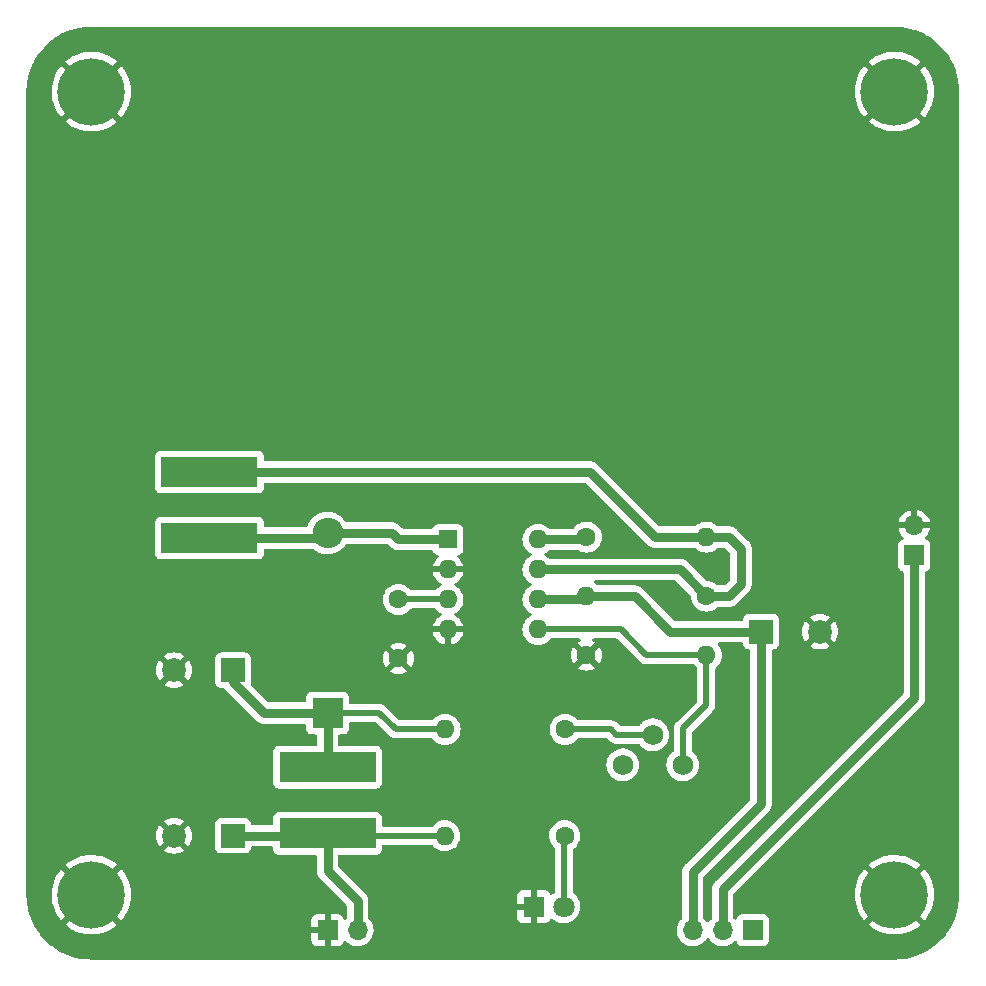
<source format=gbr>
%TF.GenerationSoftware,KiCad,Pcbnew,(6.0.10)*%
%TF.CreationDate,2023-02-21T22:54:33+08:00*%
%TF.ProjectId,LutrarmyMic_BatPwr,4c757472-6172-46d7-994d-69635f426174,rev?*%
%TF.SameCoordinates,Original*%
%TF.FileFunction,Copper,L1,Top*%
%TF.FilePolarity,Positive*%
%FSLAX46Y46*%
G04 Gerber Fmt 4.6, Leading zero omitted, Abs format (unit mm)*
G04 Created by KiCad (PCBNEW (6.0.10)) date 2023-02-21 22:54:33*
%MOMM*%
%LPD*%
G01*
G04 APERTURE LIST*
%TA.AperFunction,ComponentPad*%
%ADD10C,5.700000*%
%TD*%
%TA.AperFunction,ComponentPad*%
%ADD11C,1.600000*%
%TD*%
%TA.AperFunction,SMDPad,CuDef*%
%ADD12R,8.200000X2.600000*%
%TD*%
%TA.AperFunction,ComponentPad*%
%ADD13O,1.600000X1.600000*%
%TD*%
%TA.AperFunction,ComponentPad*%
%ADD14R,2.000000X2.000000*%
%TD*%
%TA.AperFunction,ComponentPad*%
%ADD15C,2.000000*%
%TD*%
%TA.AperFunction,ComponentPad*%
%ADD16R,1.700000X1.700000*%
%TD*%
%TA.AperFunction,ComponentPad*%
%ADD17O,1.700000X1.700000*%
%TD*%
%TA.AperFunction,ComponentPad*%
%ADD18R,1.600000X1.600000*%
%TD*%
%TA.AperFunction,ComponentPad*%
%ADD19R,2.600000X2.600000*%
%TD*%
%TA.AperFunction,ComponentPad*%
%ADD20O,2.600000X2.600000*%
%TD*%
%TA.AperFunction,ComponentPad*%
%ADD21R,1.800000X1.800000*%
%TD*%
%TA.AperFunction,ComponentPad*%
%ADD22C,1.800000*%
%TD*%
%TA.AperFunction,ComponentPad*%
%ADD23C,1.750000*%
%TD*%
%TA.AperFunction,Conductor*%
%ADD24C,0.800000*%
%TD*%
%TA.AperFunction,Conductor*%
%ADD25C,0.500000*%
%TD*%
G04 APERTURE END LIST*
D10*
%TO.P,REF\u002A\u002A,1*%
%TO.N,GND*%
X186500000Y-134000000D03*
%TD*%
D11*
%TO.P,C2,1*%
%TO.N,Net-(C2-Pad1)*%
X144500000Y-109000000D03*
%TO.P,C2,2*%
%TO.N,GND*%
X144500000Y-114000000D03*
%TD*%
D10*
%TO.P,REF\u002A\u002A,1*%
%TO.N,GND*%
X118500000Y-134000000D03*
%TD*%
D12*
%TO.P,L2,1,1*%
%TO.N,Net-(C3-Pad1)*%
X138500000Y-123200000D03*
%TO.P,L2,2,2*%
%TO.N,Net-(C4-Pad1)*%
X138500000Y-128800000D03*
%TD*%
D11*
%TO.P,R3,1*%
%TO.N,Net-(R3-Pad1)*%
X160420000Y-103720000D03*
D13*
%TO.P,R3,2*%
%TO.N,Net-(L1-Pad1)*%
X170580000Y-103720000D03*
%TD*%
D14*
%TO.P,C4,1*%
%TO.N,Net-(C4-Pad1)*%
X130500000Y-129000000D03*
D15*
%TO.P,C4,2*%
%TO.N,GND*%
X125500000Y-129000000D03*
%TD*%
D11*
%TO.P,R5,1*%
%TO.N,Net-(D2-Pad2)*%
X158585000Y-129000000D03*
D13*
%TO.P,R5,2*%
%TO.N,Net-(C4-Pad1)*%
X148425000Y-129000000D03*
%TD*%
D16*
%TO.P,BT1,1,+*%
%TO.N,+9V*%
X188182500Y-105270000D03*
D17*
%TO.P,BT1,2,-*%
%TO.N,GND*%
X188182500Y-102730000D03*
%TD*%
D14*
%TO.P,C3,1*%
%TO.N,Net-(C3-Pad1)*%
X130500000Y-115000000D03*
D15*
%TO.P,C3,2*%
%TO.N,GND*%
X125500000Y-115000000D03*
%TD*%
D10*
%TO.P,REF\u002A\u002A,1*%
%TO.N,GND*%
X186500000Y-66000000D03*
%TD*%
D11*
%TO.P,R4,1*%
%TO.N,Net-(R4-Pad1)*%
X158615000Y-120000000D03*
D13*
%TO.P,R4,2*%
%TO.N,Net-(C3-Pad1)*%
X148455000Y-120000000D03*
%TD*%
D12*
%TO.P,L1,1,1*%
%TO.N,Net-(L1-Pad1)*%
X128500000Y-98200000D03*
%TO.P,L1,2,2*%
%TO.N,Net-(D1-Pad2)*%
X128500000Y-103800000D03*
%TD*%
D18*
%TO.P,U1,1,SwC*%
%TO.N,Net-(D1-Pad2)*%
X148700000Y-103920000D03*
D13*
%TO.P,U1,2,SwE*%
%TO.N,GND*%
X148700000Y-106460000D03*
%TO.P,U1,3,TC*%
%TO.N,Net-(C2-Pad1)*%
X148700000Y-109000000D03*
%TO.P,U1,4,GND*%
%TO.N,GND*%
X148700000Y-111540000D03*
%TO.P,U1,5,Vfb*%
%TO.N,Net-(R2-Pad2)*%
X156320000Y-111540000D03*
%TO.P,U1,6,Vin*%
%TO.N,Net-(C1-Pad1)*%
X156320000Y-109000000D03*
%TO.P,U1,7,Ipk*%
%TO.N,Net-(L1-Pad1)*%
X156320000Y-106460000D03*
%TO.P,U1,8,DC*%
%TO.N,Net-(R3-Pad1)*%
X156320000Y-103920000D03*
%TD*%
D16*
%TO.P,SW1,1,A*%
%TO.N,unconnected-(SW1-Pad1)*%
X174500000Y-137000000D03*
D17*
%TO.P,SW1,2,B*%
%TO.N,+9V*%
X171960000Y-137000000D03*
%TO.P,SW1,3,C*%
%TO.N,Net-(C1-Pad1)*%
X169420000Y-137000000D03*
%TD*%
D11*
%TO.P,R1,1*%
%TO.N,Net-(L1-Pad1)*%
X170580000Y-108720000D03*
D13*
%TO.P,R1,2*%
%TO.N,Net-(C1-Pad1)*%
X160420000Y-108720000D03*
%TD*%
D19*
%TO.P,D1,1,K*%
%TO.N,Net-(C3-Pad1)*%
X138500000Y-118620000D03*
D20*
%TO.P,D1,2,A*%
%TO.N,Net-(D1-Pad2)*%
X138500000Y-103380000D03*
%TD*%
D16*
%TO.P,J1,1,Pin_1*%
%TO.N,GND*%
X138500000Y-137000000D03*
D17*
%TO.P,J1,2,Pin_2*%
%TO.N,Net-(C4-Pad1)*%
X141040000Y-137000000D03*
%TD*%
D21*
%TO.P,D2,1,K*%
%TO.N,GND*%
X155960000Y-135000000D03*
D22*
%TO.P,D2,2,A*%
%TO.N,Net-(D2-Pad2)*%
X158500000Y-135000000D03*
%TD*%
D14*
%TO.P,C1,1*%
%TO.N,Net-(C1-Pad1)*%
X175190907Y-111720000D03*
D15*
%TO.P,C1,2*%
%TO.N,GND*%
X180190907Y-111720000D03*
%TD*%
D10*
%TO.P,REF\u002A\u002A,1*%
%TO.N,GND*%
X118500000Y-66000000D03*
%TD*%
D23*
%TO.P,RV1,1,1*%
%TO.N,unconnected-(RV1-Pad1)*%
X163500000Y-123000000D03*
%TO.P,RV1,2,2*%
%TO.N,Net-(R4-Pad1)*%
X166040000Y-120460000D03*
%TO.P,RV1,3,3*%
%TO.N,Net-(R2-Pad2)*%
X168580000Y-123000000D03*
%TD*%
D11*
%TO.P,R2,1*%
%TO.N,GND*%
X160420000Y-113720000D03*
D13*
%TO.P,R2,2*%
%TO.N,Net-(R2-Pad2)*%
X170580000Y-113720000D03*
%TD*%
D24*
%TO.N,+9V*%
X188182500Y-105270000D02*
X188182500Y-117317500D01*
X171960000Y-133540000D02*
X171960000Y-137000000D01*
X188182500Y-117317500D02*
X171960000Y-133540000D01*
%TO.N,Net-(C1-Pad1)*%
X167500000Y-111720000D02*
X175190907Y-111720000D01*
X175190907Y-111720000D02*
X175190907Y-126309093D01*
X169420000Y-132080000D02*
X169420000Y-137000000D01*
X175190907Y-126309093D02*
X169420000Y-132080000D01*
X160420000Y-108720000D02*
X164500000Y-108720000D01*
X164500000Y-108720000D02*
X167500000Y-111720000D01*
X160140000Y-109000000D02*
X160420000Y-108720000D01*
X156320000Y-109000000D02*
X160140000Y-109000000D01*
D25*
%TO.N,Net-(C2-Pad1)*%
X144500000Y-109000000D02*
X148700000Y-109000000D01*
%TO.N,Net-(C3-Pad1)*%
X142880000Y-118620000D02*
X144260000Y-120000000D01*
D24*
X130500000Y-115000000D02*
X130500000Y-116000000D01*
D25*
X148455000Y-120000000D02*
X144260000Y-120000000D01*
D24*
X130500000Y-116000000D02*
X133120000Y-118620000D01*
X133120000Y-118620000D02*
X138500000Y-118620000D01*
X138500000Y-123200000D02*
X138500000Y-118620000D01*
D25*
X138500000Y-118620000D02*
X142880000Y-118620000D01*
D24*
%TO.N,Net-(D1-Pad2)*%
X128500000Y-103800000D02*
X138080000Y-103800000D01*
X144500000Y-103920000D02*
X148700000Y-103920000D01*
X138080000Y-103800000D02*
X138500000Y-103380000D01*
X143960000Y-103380000D02*
X144500000Y-103920000D01*
X138500000Y-103380000D02*
X143960000Y-103380000D01*
D25*
%TO.N,Net-(D2-Pad2)*%
X158500000Y-129085000D02*
X158585000Y-129000000D01*
X158500000Y-135000000D02*
X158500000Y-129085000D01*
D24*
%TO.N,Net-(L1-Pad1)*%
X156320000Y-106460000D02*
X168320000Y-106460000D01*
X172500000Y-103720000D02*
X173500000Y-104720000D01*
X166220000Y-103720000D02*
X160700000Y-98200000D01*
X173500000Y-107720000D02*
X172500000Y-108720000D01*
X168320000Y-106460000D02*
X170580000Y-108720000D01*
X170580000Y-103720000D02*
X166220000Y-103720000D01*
X172500000Y-108720000D02*
X170580000Y-108720000D01*
X128500000Y-98200000D02*
X160700000Y-98200000D01*
X170580000Y-103720000D02*
X172500000Y-103720000D01*
X173500000Y-104720000D02*
X173500000Y-107720000D01*
D25*
%TO.N,Net-(R2-Pad2)*%
X165500000Y-113720000D02*
X170580000Y-113720000D01*
X156320000Y-111540000D02*
X163320000Y-111540000D01*
X168580000Y-123000000D02*
X168580000Y-119920000D01*
X163320000Y-111540000D02*
X165500000Y-113720000D01*
X170580000Y-117920000D02*
X170580000Y-113720000D01*
X168580000Y-119920000D02*
X170580000Y-117920000D01*
D24*
%TO.N,Net-(R3-Pad1)*%
X156320000Y-103920000D02*
X160220000Y-103920000D01*
X160220000Y-103920000D02*
X160420000Y-103720000D01*
%TO.N,Net-(C4-Pad1)*%
X138500000Y-132000000D02*
X138500000Y-128800000D01*
X141040000Y-137000000D02*
X141040000Y-134540000D01*
X130500000Y-129000000D02*
X138300000Y-129000000D01*
X141040000Y-134540000D02*
X138500000Y-132000000D01*
X138300000Y-129000000D02*
X138500000Y-128800000D01*
D25*
X138700000Y-129000000D02*
X138500000Y-128800000D01*
X148425000Y-129000000D02*
X138700000Y-129000000D01*
%TO.N,Net-(R4-Pad1)*%
X166040000Y-120460000D02*
X162960000Y-120460000D01*
X158615000Y-120000000D02*
X162500000Y-120000000D01*
X162500000Y-120000000D02*
X162960000Y-120460000D01*
%TD*%
%TA.AperFunction,Conductor*%
%TO.N,GND*%
G36*
X186470018Y-60510000D02*
G01*
X186484851Y-60512310D01*
X186484855Y-60512310D01*
X186493724Y-60513691D01*
X186514664Y-60510953D01*
X186536202Y-60509997D01*
X186724026Y-60517766D01*
X186948278Y-60527041D01*
X186958656Y-60527901D01*
X187234674Y-60562307D01*
X187398702Y-60582753D01*
X187408967Y-60584465D01*
X187572054Y-60618661D01*
X187842976Y-60675467D01*
X187853072Y-60678023D01*
X188278101Y-60804561D01*
X188287938Y-60807938D01*
X188701081Y-60969147D01*
X188710581Y-60973314D01*
X189108983Y-61168081D01*
X189118141Y-61173037D01*
X189499085Y-61400030D01*
X189507804Y-61405726D01*
X189868705Y-61663405D01*
X189876923Y-61669801D01*
X190215326Y-61956413D01*
X190222987Y-61963467D01*
X190536533Y-62277013D01*
X190543587Y-62284674D01*
X190830199Y-62623077D01*
X190836595Y-62631295D01*
X191094274Y-62992196D01*
X191099970Y-63000915D01*
X191326963Y-63381859D01*
X191331918Y-63391015D01*
X191366926Y-63462624D01*
X191526682Y-63789411D01*
X191530853Y-63798919D01*
X191692062Y-64212062D01*
X191695439Y-64221899D01*
X191821977Y-64646928D01*
X191824533Y-64657024D01*
X191879573Y-64919521D01*
X191915534Y-65091030D01*
X191917248Y-65101302D01*
X191972099Y-65541344D01*
X191972959Y-65551722D01*
X191989694Y-65956335D01*
X191988302Y-65980920D01*
X191986309Y-65993724D01*
X191987473Y-66002626D01*
X191987473Y-66002628D01*
X191990436Y-66025283D01*
X191991500Y-66041621D01*
X191991500Y-133950633D01*
X191990000Y-133970018D01*
X191987690Y-133984851D01*
X191987690Y-133984855D01*
X191986309Y-133993724D01*
X191989047Y-134014659D01*
X191990003Y-134036202D01*
X191987101Y-134106358D01*
X191972959Y-134448278D01*
X191972099Y-134458656D01*
X191917248Y-134898698D01*
X191915535Y-134908967D01*
X191884241Y-135058215D01*
X191824533Y-135342976D01*
X191821977Y-135353072D01*
X191695439Y-135778101D01*
X191692062Y-135787938D01*
X191530853Y-136201081D01*
X191526686Y-136210581D01*
X191359901Y-136551745D01*
X191331919Y-136608983D01*
X191326964Y-136618139D01*
X191254596Y-136739588D01*
X191099970Y-136999085D01*
X191094274Y-137007804D01*
X190836595Y-137368705D01*
X190830199Y-137376923D01*
X190543587Y-137715326D01*
X190536533Y-137722987D01*
X190222987Y-138036533D01*
X190215326Y-138043587D01*
X189876923Y-138330199D01*
X189868705Y-138336595D01*
X189507804Y-138594274D01*
X189499085Y-138599970D01*
X189118141Y-138826963D01*
X189108985Y-138831918D01*
X188710581Y-139026686D01*
X188701081Y-139030853D01*
X188287938Y-139192062D01*
X188278101Y-139195439D01*
X187853072Y-139321977D01*
X187842975Y-139324533D01*
X187408967Y-139415535D01*
X187398702Y-139417247D01*
X187234674Y-139437693D01*
X186958656Y-139472099D01*
X186948278Y-139472959D01*
X186770676Y-139480305D01*
X186543661Y-139489694D01*
X186519080Y-139488302D01*
X186506276Y-139486309D01*
X186497374Y-139487473D01*
X186497372Y-139487473D01*
X186482323Y-139489441D01*
X186474714Y-139490436D01*
X186458379Y-139491500D01*
X118549367Y-139491500D01*
X118529982Y-139490000D01*
X118515149Y-139487690D01*
X118515145Y-139487690D01*
X118506276Y-139486309D01*
X118485336Y-139489047D01*
X118463798Y-139490003D01*
X118275974Y-139482234D01*
X118051722Y-139472959D01*
X118041344Y-139472099D01*
X117765326Y-139437693D01*
X117601298Y-139417247D01*
X117591033Y-139415535D01*
X117157025Y-139324533D01*
X117146928Y-139321977D01*
X116721899Y-139195439D01*
X116712062Y-139192062D01*
X116298919Y-139030853D01*
X116289419Y-139026686D01*
X115891015Y-138831918D01*
X115881859Y-138826963D01*
X115500915Y-138599970D01*
X115492196Y-138594274D01*
X115131295Y-138336595D01*
X115123077Y-138330199D01*
X114784674Y-138043587D01*
X114777013Y-138036533D01*
X114635149Y-137894669D01*
X137142001Y-137894669D01*
X137142371Y-137901490D01*
X137147895Y-137952352D01*
X137151521Y-137967604D01*
X137196676Y-138088054D01*
X137205214Y-138103649D01*
X137281715Y-138205724D01*
X137294276Y-138218285D01*
X137396351Y-138294786D01*
X137411946Y-138303324D01*
X137532394Y-138348478D01*
X137547649Y-138352105D01*
X137598514Y-138357631D01*
X137605328Y-138358000D01*
X138227885Y-138358000D01*
X138243124Y-138353525D01*
X138244329Y-138352135D01*
X138246000Y-138344452D01*
X138246000Y-137272115D01*
X138241525Y-137256876D01*
X138240135Y-137255671D01*
X138232452Y-137254000D01*
X137160116Y-137254000D01*
X137144877Y-137258475D01*
X137143672Y-137259865D01*
X137142001Y-137267548D01*
X137142001Y-137894669D01*
X114635149Y-137894669D01*
X114463467Y-137722987D01*
X114456413Y-137715326D01*
X114169801Y-137376923D01*
X114163405Y-137368705D01*
X113905726Y-137007804D01*
X113900030Y-136999085D01*
X113745404Y-136739588D01*
X113673036Y-136618139D01*
X113668081Y-136608983D01*
X113640099Y-136551745D01*
X116313795Y-136551745D01*
X116313871Y-136552815D01*
X116317055Y-136557648D01*
X116597342Y-136772720D01*
X116602972Y-136776575D01*
X116907929Y-136961992D01*
X116913931Y-136965210D01*
X117237139Y-137116611D01*
X117243444Y-137119159D01*
X117581117Y-137234771D01*
X117587668Y-137236624D01*
X117935838Y-137315087D01*
X117942557Y-137316224D01*
X118297174Y-137356628D01*
X118303964Y-137357031D01*
X118660865Y-137358899D01*
X118667666Y-137358567D01*
X119022686Y-137321880D01*
X119029414Y-137320814D01*
X119378402Y-137245997D01*
X119384950Y-137244218D01*
X119723820Y-137132147D01*
X119730162Y-137129661D01*
X120054921Y-136981660D01*
X120060975Y-136978495D01*
X120367839Y-136796293D01*
X120373520Y-136792490D01*
X120459566Y-136727885D01*
X137142000Y-136727885D01*
X137146475Y-136743124D01*
X137147865Y-136744329D01*
X137155548Y-136746000D01*
X138227885Y-136746000D01*
X138243124Y-136741525D01*
X138244329Y-136740135D01*
X138246000Y-136732452D01*
X138246000Y-135660116D01*
X138241525Y-135644877D01*
X138240135Y-135643672D01*
X138232452Y-135642001D01*
X137605331Y-135642001D01*
X137598510Y-135642371D01*
X137547648Y-135647895D01*
X137532396Y-135651521D01*
X137411946Y-135696676D01*
X137396351Y-135705214D01*
X137294276Y-135781715D01*
X137281715Y-135794276D01*
X137205214Y-135896351D01*
X137196676Y-135911946D01*
X137151522Y-136032394D01*
X137147895Y-136047649D01*
X137142369Y-136098514D01*
X137142000Y-136105328D01*
X137142000Y-136727885D01*
X120459566Y-136727885D01*
X120658918Y-136578207D01*
X120664145Y-136573821D01*
X120676988Y-136561803D01*
X120685057Y-136548123D01*
X120685029Y-136547398D01*
X120679887Y-136539097D01*
X118512812Y-134372022D01*
X118498868Y-134364408D01*
X118497035Y-134364539D01*
X118490420Y-134368790D01*
X116321409Y-136537801D01*
X116313795Y-136551745D01*
X113640099Y-136551745D01*
X113473314Y-136210581D01*
X113469147Y-136201081D01*
X113307938Y-135787938D01*
X113304561Y-135778101D01*
X113178023Y-135353072D01*
X113175467Y-135342976D01*
X113115759Y-135058215D01*
X113084465Y-134908967D01*
X113082752Y-134898698D01*
X113027901Y-134458656D01*
X113027041Y-134448278D01*
X113010462Y-134047439D01*
X113012100Y-134021329D01*
X113012769Y-134017351D01*
X113012770Y-134017345D01*
X113013576Y-134012552D01*
X113013729Y-134000000D01*
X113012534Y-133991657D01*
X115137260Y-133991657D01*
X115155318Y-134348127D01*
X115156028Y-134354883D01*
X115212478Y-134707305D01*
X115213917Y-134713960D01*
X115308094Y-135058215D01*
X115310243Y-135064676D01*
X115441053Y-135396756D01*
X115443884Y-135402939D01*
X115609792Y-135718949D01*
X115613275Y-135724791D01*
X115812340Y-136021031D01*
X115816442Y-136026475D01*
X115940942Y-136174322D01*
X115953680Y-136182764D01*
X115964124Y-136176666D01*
X118127978Y-134012812D01*
X118134356Y-134001132D01*
X118864408Y-134001132D01*
X118864539Y-134002965D01*
X118868790Y-134009580D01*
X121034463Y-136175253D01*
X121048060Y-136182678D01*
X121057669Y-136175981D01*
X121162197Y-136054457D01*
X121166346Y-136049069D01*
X121368503Y-135754929D01*
X121372050Y-135749118D01*
X121541250Y-135434879D01*
X121544157Y-135428701D01*
X121678435Y-135098016D01*
X121680649Y-135091586D01*
X121778427Y-134748331D01*
X121779934Y-134741701D01*
X121840073Y-134389873D01*
X121840853Y-134383133D01*
X121862740Y-134025275D01*
X121862856Y-134021673D01*
X121862926Y-134001820D01*
X121862834Y-133998193D01*
X121843446Y-133640208D01*
X121842711Y-133633442D01*
X121785034Y-133281233D01*
X121783567Y-133274561D01*
X121688194Y-132930655D01*
X121686020Y-132924192D01*
X121554053Y-132592575D01*
X121551197Y-132586395D01*
X121384194Y-132270981D01*
X121380682Y-132265137D01*
X121180588Y-131969598D01*
X121176467Y-131964170D01*
X121059041Y-131825704D01*
X121046215Y-131817267D01*
X121035890Y-131823320D01*
X118872022Y-133987188D01*
X118864408Y-134001132D01*
X118134356Y-134001132D01*
X118135592Y-133998868D01*
X118135461Y-133997035D01*
X118131210Y-133990420D01*
X115965527Y-131824737D01*
X115951990Y-131817345D01*
X115942289Y-131824132D01*
X115830649Y-131954847D01*
X115826515Y-131960255D01*
X115625394Y-132255086D01*
X115621859Y-132260923D01*
X115453754Y-132575757D01*
X115450878Y-132581926D01*
X115317754Y-132913081D01*
X115315561Y-132919521D01*
X115218979Y-133263121D01*
X115217496Y-133269756D01*
X115158589Y-133621773D01*
X115157830Y-133628545D01*
X115137284Y-133984862D01*
X115137260Y-133991657D01*
X113012534Y-133991657D01*
X113009773Y-133972376D01*
X113008500Y-133954514D01*
X113008500Y-131451492D01*
X116314580Y-131451492D01*
X116314615Y-131452333D01*
X116319667Y-131460457D01*
X118487188Y-133627978D01*
X118501132Y-133635592D01*
X118502965Y-133635461D01*
X118509580Y-133631210D01*
X120678166Y-131462624D01*
X120685780Y-131448680D01*
X120685712Y-131447723D01*
X120680771Y-131440251D01*
X120676870Y-131436931D01*
X120392958Y-131220649D01*
X120387332Y-131216825D01*
X120081722Y-131032469D01*
X120075710Y-131029272D01*
X119751966Y-130878995D01*
X119745666Y-130876475D01*
X119407595Y-130762045D01*
X119401017Y-130760209D01*
X119052592Y-130682965D01*
X119045857Y-130681850D01*
X118691106Y-130642685D01*
X118684324Y-130642306D01*
X118327395Y-130641683D01*
X118320622Y-130642038D01*
X117965714Y-130679966D01*
X117959005Y-130681053D01*
X117610289Y-130757086D01*
X117603714Y-130758897D01*
X117265250Y-130872145D01*
X117258928Y-130874648D01*
X116934680Y-131023785D01*
X116928637Y-131026971D01*
X116622404Y-131210248D01*
X116616744Y-131214066D01*
X116332094Y-131429346D01*
X116326891Y-131433742D01*
X116322601Y-131437785D01*
X116314580Y-131451492D01*
X113008500Y-131451492D01*
X113008500Y-130232670D01*
X124632160Y-130232670D01*
X124637887Y-130240320D01*
X124809042Y-130345205D01*
X124817837Y-130349687D01*
X125027988Y-130436734D01*
X125037373Y-130439783D01*
X125258554Y-130492885D01*
X125268301Y-130494428D01*
X125495070Y-130512275D01*
X125504930Y-130512275D01*
X125731699Y-130494428D01*
X125741446Y-130492885D01*
X125962627Y-130439783D01*
X125972012Y-130436734D01*
X126182163Y-130349687D01*
X126190958Y-130345205D01*
X126358445Y-130242568D01*
X126367907Y-130232110D01*
X126364124Y-130223334D01*
X126188924Y-130048134D01*
X128991500Y-130048134D01*
X128998255Y-130110316D01*
X129049385Y-130246705D01*
X129136739Y-130363261D01*
X129253295Y-130450615D01*
X129389684Y-130501745D01*
X129451866Y-130508500D01*
X131548134Y-130508500D01*
X131610316Y-130501745D01*
X131746705Y-130450615D01*
X131863261Y-130363261D01*
X131950615Y-130246705D01*
X132001745Y-130110316D01*
X132008500Y-130048134D01*
X132008500Y-130034500D01*
X132028502Y-129966379D01*
X132082158Y-129919886D01*
X132134500Y-129908500D01*
X133765500Y-129908500D01*
X133833621Y-129928502D01*
X133880114Y-129982158D01*
X133891500Y-130034500D01*
X133891500Y-130148134D01*
X133898255Y-130210316D01*
X133949385Y-130346705D01*
X134036739Y-130463261D01*
X134153295Y-130550615D01*
X134289684Y-130601745D01*
X134351866Y-130608500D01*
X137465500Y-130608500D01*
X137533621Y-130628502D01*
X137580114Y-130682158D01*
X137591500Y-130734500D01*
X137591500Y-131918583D01*
X137589949Y-131938292D01*
X137587748Y-131952190D01*
X137588093Y-131958777D01*
X137588093Y-131958782D01*
X137591327Y-132020480D01*
X137591500Y-132027074D01*
X137591500Y-132047610D01*
X137591844Y-132050882D01*
X137591844Y-132050884D01*
X137593647Y-132068042D01*
X137594164Y-132074616D01*
X137596607Y-132121218D01*
X137597743Y-132142903D01*
X137599453Y-132149284D01*
X137599453Y-132149286D01*
X137601383Y-132156491D01*
X137604985Y-132175925D01*
X137605766Y-132183354D01*
X137605768Y-132183363D01*
X137606458Y-132189928D01*
X137627600Y-132254997D01*
X137629467Y-132261299D01*
X137647171Y-132327370D01*
X137653559Y-132339907D01*
X137661125Y-132358173D01*
X137665473Y-132371556D01*
X137668776Y-132377278D01*
X137668777Y-132377279D01*
X137699667Y-132430782D01*
X137702814Y-132436577D01*
X137733871Y-132497530D01*
X137738024Y-132502658D01*
X137738025Y-132502660D01*
X137742727Y-132508466D01*
X137753927Y-132524763D01*
X137757657Y-132531224D01*
X137757660Y-132531228D01*
X137760960Y-132536944D01*
X137765377Y-132541850D01*
X137765381Y-132541855D01*
X137806722Y-132587769D01*
X137811006Y-132592784D01*
X137823928Y-132608741D01*
X137838443Y-132623256D01*
X137842984Y-132628041D01*
X137888747Y-132678866D01*
X137894086Y-132682745D01*
X137894087Y-132682746D01*
X137900135Y-132687140D01*
X137915168Y-132699981D01*
X140094595Y-134879408D01*
X140128621Y-134941720D01*
X140131500Y-134968503D01*
X140131500Y-135933737D01*
X140111498Y-136001858D01*
X140096593Y-136020789D01*
X140053898Y-136065466D01*
X139992374Y-136100895D01*
X139921461Y-136097438D01*
X139863675Y-136056191D01*
X139844823Y-136022644D01*
X139803324Y-135911946D01*
X139794786Y-135896351D01*
X139718285Y-135794276D01*
X139705724Y-135781715D01*
X139603649Y-135705214D01*
X139588054Y-135696676D01*
X139467606Y-135651522D01*
X139452351Y-135647895D01*
X139401486Y-135642369D01*
X139394672Y-135642000D01*
X138772115Y-135642000D01*
X138756876Y-135646475D01*
X138755671Y-135647865D01*
X138754000Y-135655548D01*
X138754000Y-138339884D01*
X138758475Y-138355123D01*
X138759865Y-138356328D01*
X138767548Y-138357999D01*
X139394669Y-138357999D01*
X139401490Y-138357629D01*
X139452352Y-138352105D01*
X139467604Y-138348479D01*
X139588054Y-138303324D01*
X139603649Y-138294786D01*
X139705724Y-138218285D01*
X139718285Y-138205724D01*
X139794786Y-138103649D01*
X139803324Y-138088054D01*
X139844225Y-137978952D01*
X139886867Y-137922188D01*
X139953428Y-137897488D01*
X140022777Y-137912696D01*
X140057444Y-137940684D01*
X140082865Y-137970031D01*
X140082869Y-137970035D01*
X140086250Y-137973938D01*
X140258126Y-138116632D01*
X140451000Y-138229338D01*
X140659692Y-138309030D01*
X140664760Y-138310061D01*
X140664763Y-138310062D01*
X140763740Y-138330199D01*
X140878597Y-138353567D01*
X140883772Y-138353757D01*
X140883774Y-138353757D01*
X141096673Y-138361564D01*
X141096677Y-138361564D01*
X141101837Y-138361753D01*
X141106957Y-138361097D01*
X141106959Y-138361097D01*
X141318288Y-138334025D01*
X141318289Y-138334025D01*
X141323416Y-138333368D01*
X141333979Y-138330199D01*
X141532429Y-138270661D01*
X141532434Y-138270659D01*
X141537384Y-138269174D01*
X141737994Y-138170896D01*
X141919860Y-138041173D01*
X142078096Y-137883489D01*
X142137594Y-137800689D01*
X142205435Y-137706277D01*
X142208453Y-137702077D01*
X142229320Y-137659857D01*
X142305136Y-137506453D01*
X142305137Y-137506451D01*
X142307430Y-137501811D01*
X142351540Y-137356628D01*
X142370865Y-137293023D01*
X142370865Y-137293021D01*
X142372370Y-137288069D01*
X142401529Y-137066590D01*
X142401611Y-137063240D01*
X142403074Y-137003365D01*
X142403074Y-137003361D01*
X142403156Y-137000000D01*
X142384852Y-136777361D01*
X142330431Y-136560702D01*
X142241354Y-136355840D01*
X142129386Y-136182764D01*
X142122822Y-136172617D01*
X142122820Y-136172614D01*
X142120014Y-136168277D01*
X142106704Y-136153649D01*
X141981307Y-136015839D01*
X141950255Y-135951993D01*
X141949642Y-135944669D01*
X154552001Y-135944669D01*
X154552371Y-135951490D01*
X154557895Y-136002352D01*
X154561521Y-136017604D01*
X154606676Y-136138054D01*
X154615214Y-136153649D01*
X154691715Y-136255724D01*
X154704276Y-136268285D01*
X154806351Y-136344786D01*
X154821946Y-136353324D01*
X154942394Y-136398478D01*
X154957649Y-136402105D01*
X155008514Y-136407631D01*
X155015328Y-136408000D01*
X155687885Y-136408000D01*
X155703124Y-136403525D01*
X155704329Y-136402135D01*
X155706000Y-136394452D01*
X155706000Y-136389884D01*
X156214000Y-136389884D01*
X156218475Y-136405123D01*
X156219865Y-136406328D01*
X156227548Y-136407999D01*
X156904669Y-136407999D01*
X156911490Y-136407629D01*
X156962352Y-136402105D01*
X156977604Y-136398479D01*
X157098054Y-136353324D01*
X157113649Y-136344786D01*
X157215724Y-136268285D01*
X157228285Y-136255724D01*
X157304786Y-136153649D01*
X157313324Y-136138054D01*
X157334773Y-136080840D01*
X157377415Y-136024075D01*
X157443977Y-135999376D01*
X157513325Y-136014584D01*
X157533240Y-136028126D01*
X157675706Y-136146403D01*
X157689349Y-136157730D01*
X157889322Y-136274584D01*
X158105694Y-136357209D01*
X158110760Y-136358240D01*
X158110761Y-136358240D01*
X158122312Y-136360590D01*
X158332656Y-136403385D01*
X158463324Y-136408176D01*
X158558949Y-136411683D01*
X158558953Y-136411683D01*
X158564113Y-136411872D01*
X158569233Y-136411216D01*
X158569235Y-136411216D01*
X158668668Y-136398478D01*
X158793847Y-136382442D01*
X158798795Y-136380957D01*
X158798802Y-136380956D01*
X159010747Y-136317369D01*
X159015690Y-136315886D01*
X159020324Y-136313616D01*
X159219049Y-136216262D01*
X159219052Y-136216260D01*
X159223684Y-136213991D01*
X159412243Y-136079494D01*
X159576303Y-135916005D01*
X159711458Y-135727917D01*
X159715891Y-135718949D01*
X159811784Y-135524922D01*
X159811785Y-135524920D01*
X159814078Y-135520280D01*
X159881408Y-135298671D01*
X159911640Y-135069041D01*
X159913327Y-135000000D01*
X159905424Y-134903871D01*
X159894773Y-134774318D01*
X159894772Y-134774312D01*
X159894349Y-134769167D01*
X159857237Y-134621416D01*
X159839184Y-134549544D01*
X159839183Y-134549540D01*
X159837925Y-134544533D01*
X159827049Y-134519519D01*
X159747630Y-134336868D01*
X159747628Y-134336865D01*
X159745570Y-134332131D01*
X159619764Y-134137665D01*
X159463887Y-133966358D01*
X159459836Y-133963159D01*
X159459832Y-133963155D01*
X159306408Y-133841989D01*
X159265345Y-133784072D01*
X159258500Y-133743107D01*
X159258500Y-130191385D01*
X159278502Y-130123264D01*
X159312228Y-130088173D01*
X159429300Y-130006198D01*
X159591198Y-129844300D01*
X159722523Y-129656749D01*
X159724846Y-129651767D01*
X159724849Y-129651762D01*
X159816961Y-129454225D01*
X159816961Y-129454224D01*
X159819284Y-129449243D01*
X159839976Y-129372022D01*
X159877119Y-129233402D01*
X159877119Y-129233400D01*
X159878543Y-129228087D01*
X159898498Y-129000000D01*
X159878543Y-128771913D01*
X159877119Y-128766598D01*
X159820707Y-128556067D01*
X159820706Y-128556065D01*
X159819284Y-128550757D01*
X159808667Y-128527988D01*
X159724849Y-128348238D01*
X159724846Y-128348233D01*
X159722523Y-128343251D01*
X159591198Y-128155700D01*
X159429300Y-127993802D01*
X159424792Y-127990645D01*
X159424789Y-127990643D01*
X159291824Y-127897540D01*
X159241749Y-127862477D01*
X159236767Y-127860154D01*
X159236762Y-127860151D01*
X159039225Y-127768039D01*
X159039224Y-127768039D01*
X159034243Y-127765716D01*
X159028935Y-127764294D01*
X159028933Y-127764293D01*
X158818402Y-127707881D01*
X158818400Y-127707881D01*
X158813087Y-127706457D01*
X158585000Y-127686502D01*
X158356913Y-127706457D01*
X158351600Y-127707881D01*
X158351598Y-127707881D01*
X158141067Y-127764293D01*
X158141065Y-127764294D01*
X158135757Y-127765716D01*
X158130776Y-127768039D01*
X158130775Y-127768039D01*
X157933238Y-127860151D01*
X157933233Y-127860154D01*
X157928251Y-127862477D01*
X157878176Y-127897540D01*
X157745211Y-127990643D01*
X157745208Y-127990645D01*
X157740700Y-127993802D01*
X157578802Y-128155700D01*
X157447477Y-128343251D01*
X157445154Y-128348233D01*
X157445151Y-128348238D01*
X157361333Y-128527988D01*
X157350716Y-128550757D01*
X157349294Y-128556065D01*
X157349293Y-128556067D01*
X157292881Y-128766598D01*
X157291457Y-128771913D01*
X157271502Y-129000000D01*
X157291457Y-129228087D01*
X157292881Y-129233400D01*
X157292881Y-129233402D01*
X157330025Y-129372022D01*
X157350716Y-129449243D01*
X157353039Y-129454224D01*
X157353039Y-129454225D01*
X157445151Y-129651762D01*
X157445154Y-129651767D01*
X157447477Y-129656749D01*
X157578802Y-129844300D01*
X157704595Y-129970093D01*
X157738621Y-130032405D01*
X157741500Y-130059188D01*
X157741500Y-133745127D01*
X157721498Y-133813248D01*
X157691154Y-133845886D01*
X157670846Y-133861134D01*
X157593784Y-133918994D01*
X157561655Y-133943117D01*
X157545153Y-133960386D01*
X157543787Y-133961815D01*
X157482263Y-133997245D01*
X157411351Y-133993788D01*
X157353564Y-133952543D01*
X157334711Y-133918994D01*
X157313324Y-133861946D01*
X157304786Y-133846351D01*
X157228285Y-133744276D01*
X157215724Y-133731715D01*
X157113649Y-133655214D01*
X157098054Y-133646676D01*
X156977606Y-133601522D01*
X156962351Y-133597895D01*
X156911486Y-133592369D01*
X156904672Y-133592000D01*
X156232115Y-133592000D01*
X156216876Y-133596475D01*
X156215671Y-133597865D01*
X156214000Y-133605548D01*
X156214000Y-136389884D01*
X155706000Y-136389884D01*
X155706000Y-135272115D01*
X155701525Y-135256876D01*
X155700135Y-135255671D01*
X155692452Y-135254000D01*
X154570116Y-135254000D01*
X154554877Y-135258475D01*
X154553672Y-135259865D01*
X154552001Y-135267548D01*
X154552001Y-135944669D01*
X141949642Y-135944669D01*
X141948500Y-135931039D01*
X141948500Y-134727885D01*
X154552000Y-134727885D01*
X154556475Y-134743124D01*
X154557865Y-134744329D01*
X154565548Y-134746000D01*
X155687885Y-134746000D01*
X155703124Y-134741525D01*
X155704329Y-134740135D01*
X155706000Y-134732452D01*
X155706000Y-133610116D01*
X155701525Y-133594877D01*
X155700135Y-133593672D01*
X155692452Y-133592001D01*
X155015331Y-133592001D01*
X155008510Y-133592371D01*
X154957648Y-133597895D01*
X154942396Y-133601521D01*
X154821946Y-133646676D01*
X154806351Y-133655214D01*
X154704276Y-133731715D01*
X154691715Y-133744276D01*
X154615214Y-133846351D01*
X154606676Y-133861946D01*
X154561522Y-133982394D01*
X154557895Y-133997649D01*
X154552369Y-134048514D01*
X154552000Y-134055328D01*
X154552000Y-134727885D01*
X141948500Y-134727885D01*
X141948500Y-134621416D01*
X141950051Y-134601704D01*
X141951220Y-134594324D01*
X141952252Y-134587809D01*
X141948673Y-134519519D01*
X141948500Y-134512925D01*
X141948500Y-134492390D01*
X141946353Y-134471960D01*
X141945836Y-134465385D01*
X141942603Y-134403696D01*
X141942603Y-134403695D01*
X141942257Y-134397096D01*
X141938616Y-134383508D01*
X141935012Y-134364061D01*
X141934233Y-134356644D01*
X141934232Y-134356640D01*
X141933542Y-134350072D01*
X141912402Y-134285009D01*
X141910529Y-134278685D01*
X141894539Y-134219010D01*
X141894538Y-134219006D01*
X141892829Y-134212630D01*
X141886440Y-134200092D01*
X141878875Y-134181826D01*
X141876569Y-134174728D01*
X141876568Y-134174726D01*
X141874527Y-134168444D01*
X141840335Y-134109220D01*
X141837188Y-134103426D01*
X141809127Y-134048352D01*
X141809125Y-134048349D01*
X141806129Y-134042469D01*
X141797267Y-134031526D01*
X141786073Y-134015237D01*
X141779040Y-134003056D01*
X141774623Y-133998150D01*
X141774619Y-133998145D01*
X141733269Y-133952221D01*
X141728997Y-133947220D01*
X141716072Y-133931259D01*
X141701557Y-133916744D01*
X141697016Y-133911959D01*
X141655673Y-133866043D01*
X141651253Y-133861134D01*
X141639865Y-133852860D01*
X141624832Y-133840019D01*
X139445405Y-131660592D01*
X139411379Y-131598280D01*
X139408500Y-131571497D01*
X139408500Y-130734500D01*
X139428502Y-130666379D01*
X139482158Y-130619886D01*
X139534500Y-130608500D01*
X142648134Y-130608500D01*
X142710316Y-130601745D01*
X142846705Y-130550615D01*
X142963261Y-130463261D01*
X143050615Y-130346705D01*
X143101745Y-130210316D01*
X143108500Y-130148134D01*
X143108500Y-129884500D01*
X143128502Y-129816379D01*
X143182158Y-129769886D01*
X143234500Y-129758500D01*
X147293133Y-129758500D01*
X147361254Y-129778502D01*
X147396345Y-129812228D01*
X147418802Y-129844300D01*
X147580700Y-130006198D01*
X147585208Y-130009355D01*
X147585211Y-130009357D01*
X147645442Y-130051531D01*
X147768251Y-130137523D01*
X147773233Y-130139846D01*
X147773238Y-130139849D01*
X147952274Y-130223334D01*
X147975757Y-130234284D01*
X147981065Y-130235706D01*
X147981067Y-130235707D01*
X148191598Y-130292119D01*
X148191600Y-130292119D01*
X148196913Y-130293543D01*
X148425000Y-130313498D01*
X148653087Y-130293543D01*
X148658400Y-130292119D01*
X148658402Y-130292119D01*
X148868933Y-130235707D01*
X148868935Y-130235706D01*
X148874243Y-130234284D01*
X148897726Y-130223334D01*
X149076762Y-130139849D01*
X149076767Y-130139846D01*
X149081749Y-130137523D01*
X149204558Y-130051531D01*
X149264789Y-130009357D01*
X149264792Y-130009355D01*
X149269300Y-130006198D01*
X149431198Y-129844300D01*
X149562523Y-129656749D01*
X149564846Y-129651767D01*
X149564849Y-129651762D01*
X149656961Y-129454225D01*
X149656961Y-129454224D01*
X149659284Y-129449243D01*
X149679976Y-129372022D01*
X149717119Y-129233402D01*
X149717119Y-129233400D01*
X149718543Y-129228087D01*
X149738498Y-129000000D01*
X149718543Y-128771913D01*
X149717119Y-128766598D01*
X149660707Y-128556067D01*
X149660706Y-128556065D01*
X149659284Y-128550757D01*
X149648667Y-128527988D01*
X149564849Y-128348238D01*
X149564846Y-128348233D01*
X149562523Y-128343251D01*
X149431198Y-128155700D01*
X149269300Y-127993802D01*
X149264792Y-127990645D01*
X149264789Y-127990643D01*
X149131824Y-127897540D01*
X149081749Y-127862477D01*
X149076767Y-127860154D01*
X149076762Y-127860151D01*
X148879225Y-127768039D01*
X148879224Y-127768039D01*
X148874243Y-127765716D01*
X148868935Y-127764294D01*
X148868933Y-127764293D01*
X148658402Y-127707881D01*
X148658400Y-127707881D01*
X148653087Y-127706457D01*
X148425000Y-127686502D01*
X148196913Y-127706457D01*
X148191600Y-127707881D01*
X148191598Y-127707881D01*
X147981067Y-127764293D01*
X147981065Y-127764294D01*
X147975757Y-127765716D01*
X147970776Y-127768039D01*
X147970775Y-127768039D01*
X147773238Y-127860151D01*
X147773233Y-127860154D01*
X147768251Y-127862477D01*
X147718176Y-127897540D01*
X147585211Y-127990643D01*
X147585208Y-127990645D01*
X147580700Y-127993802D01*
X147418802Y-128155700D01*
X147396345Y-128187771D01*
X147340890Y-128232099D01*
X147293133Y-128241500D01*
X143234500Y-128241500D01*
X143166379Y-128221498D01*
X143119886Y-128167842D01*
X143108500Y-128115500D01*
X143108500Y-127451866D01*
X143101745Y-127389684D01*
X143050615Y-127253295D01*
X142963261Y-127136739D01*
X142846705Y-127049385D01*
X142710316Y-126998255D01*
X142648134Y-126991500D01*
X134351866Y-126991500D01*
X134289684Y-126998255D01*
X134153295Y-127049385D01*
X134036739Y-127136739D01*
X133949385Y-127253295D01*
X133898255Y-127389684D01*
X133891500Y-127451866D01*
X133891500Y-127965500D01*
X133871498Y-128033621D01*
X133817842Y-128080114D01*
X133765500Y-128091500D01*
X132134500Y-128091500D01*
X132066379Y-128071498D01*
X132019886Y-128017842D01*
X132008500Y-127965500D01*
X132008500Y-127951866D01*
X132001745Y-127889684D01*
X131950615Y-127753295D01*
X131863261Y-127636739D01*
X131746705Y-127549385D01*
X131610316Y-127498255D01*
X131548134Y-127491500D01*
X129451866Y-127491500D01*
X129389684Y-127498255D01*
X129253295Y-127549385D01*
X129136739Y-127636739D01*
X129049385Y-127753295D01*
X128998255Y-127889684D01*
X128991500Y-127951866D01*
X128991500Y-130048134D01*
X126188924Y-130048134D01*
X125512812Y-129372022D01*
X125498868Y-129364408D01*
X125497035Y-129364539D01*
X125490420Y-129368790D01*
X124638920Y-130220290D01*
X124632160Y-130232670D01*
X113008500Y-130232670D01*
X113008500Y-129004930D01*
X123987725Y-129004930D01*
X124005572Y-129231699D01*
X124007115Y-129241446D01*
X124060217Y-129462627D01*
X124063266Y-129472012D01*
X124150313Y-129682163D01*
X124154795Y-129690958D01*
X124257432Y-129858445D01*
X124267890Y-129867907D01*
X124276666Y-129864124D01*
X125127978Y-129012812D01*
X125134356Y-129001132D01*
X125864408Y-129001132D01*
X125864539Y-129002965D01*
X125868790Y-129009580D01*
X126720290Y-129861080D01*
X126732670Y-129867840D01*
X126740320Y-129862113D01*
X126845205Y-129690958D01*
X126849687Y-129682163D01*
X126936734Y-129472012D01*
X126939783Y-129462627D01*
X126992885Y-129241446D01*
X126994428Y-129231699D01*
X127012275Y-129004930D01*
X127012275Y-128995070D01*
X126994428Y-128768301D01*
X126992885Y-128758554D01*
X126939783Y-128537373D01*
X126936734Y-128527988D01*
X126849687Y-128317837D01*
X126845205Y-128309042D01*
X126742568Y-128141555D01*
X126732110Y-128132093D01*
X126723334Y-128135876D01*
X125872022Y-128987188D01*
X125864408Y-129001132D01*
X125134356Y-129001132D01*
X125135592Y-128998868D01*
X125135461Y-128997035D01*
X125131210Y-128990420D01*
X124279710Y-128138920D01*
X124267330Y-128132160D01*
X124259680Y-128137887D01*
X124154795Y-128309042D01*
X124150313Y-128317837D01*
X124063266Y-128527988D01*
X124060217Y-128537373D01*
X124007115Y-128758554D01*
X124005572Y-128768301D01*
X123987725Y-128995070D01*
X123987725Y-129004930D01*
X113008500Y-129004930D01*
X113008500Y-127767890D01*
X124632093Y-127767890D01*
X124635876Y-127776666D01*
X125487188Y-128627978D01*
X125501132Y-128635592D01*
X125502965Y-128635461D01*
X125509580Y-128631210D01*
X126361080Y-127779710D01*
X126367840Y-127767330D01*
X126362113Y-127759680D01*
X126190958Y-127654795D01*
X126182163Y-127650313D01*
X125972012Y-127563266D01*
X125962627Y-127560217D01*
X125741446Y-127507115D01*
X125731699Y-127505572D01*
X125504930Y-127487725D01*
X125495070Y-127487725D01*
X125268301Y-127505572D01*
X125258554Y-127507115D01*
X125037373Y-127560217D01*
X125027988Y-127563266D01*
X124817837Y-127650313D01*
X124809042Y-127654795D01*
X124641555Y-127757432D01*
X124632093Y-127767890D01*
X113008500Y-127767890D01*
X113008500Y-116232670D01*
X124632160Y-116232670D01*
X124637887Y-116240320D01*
X124809042Y-116345205D01*
X124817837Y-116349687D01*
X125027988Y-116436734D01*
X125037373Y-116439783D01*
X125258554Y-116492885D01*
X125268301Y-116494428D01*
X125495070Y-116512275D01*
X125504930Y-116512275D01*
X125731699Y-116494428D01*
X125741446Y-116492885D01*
X125962627Y-116439783D01*
X125972012Y-116436734D01*
X126182163Y-116349687D01*
X126190958Y-116345205D01*
X126358445Y-116242568D01*
X126367907Y-116232110D01*
X126364124Y-116223334D01*
X126188924Y-116048134D01*
X128991500Y-116048134D01*
X128998255Y-116110316D01*
X129049385Y-116246705D01*
X129136739Y-116363261D01*
X129253295Y-116450615D01*
X129389684Y-116501745D01*
X129451866Y-116508500D01*
X129679250Y-116508500D01*
X129747371Y-116528502D01*
X129772887Y-116550190D01*
X129806723Y-116587769D01*
X129811006Y-116592784D01*
X129823928Y-116608741D01*
X129838443Y-116623256D01*
X129842984Y-116628041D01*
X129888747Y-116678866D01*
X129894086Y-116682745D01*
X129894087Y-116682746D01*
X129900135Y-116687140D01*
X129915168Y-116699981D01*
X132420019Y-119204832D01*
X132432860Y-119219865D01*
X132441134Y-119231253D01*
X132452897Y-119241844D01*
X132491959Y-119277016D01*
X132496744Y-119281557D01*
X132511259Y-119296072D01*
X132513823Y-119298148D01*
X132527216Y-119308994D01*
X132532231Y-119313278D01*
X132578145Y-119354619D01*
X132578150Y-119354623D01*
X132583056Y-119359040D01*
X132588772Y-119362340D01*
X132588776Y-119362343D01*
X132595237Y-119366073D01*
X132611533Y-119377273D01*
X132622470Y-119386129D01*
X132628348Y-119389124D01*
X132628351Y-119389126D01*
X132683426Y-119417188D01*
X132689223Y-119420336D01*
X132717011Y-119436379D01*
X132748444Y-119454527D01*
X132761826Y-119458875D01*
X132780085Y-119466438D01*
X132792630Y-119472830D01*
X132799000Y-119474537D01*
X132799003Y-119474538D01*
X132838074Y-119485007D01*
X132858712Y-119490537D01*
X132865025Y-119492407D01*
X132900803Y-119504032D01*
X132913665Y-119508211D01*
X132930072Y-119513542D01*
X132944075Y-119515014D01*
X132963504Y-119518615D01*
X132977097Y-119522257D01*
X132983694Y-119522603D01*
X132983696Y-119522603D01*
X133045384Y-119525836D01*
X133051958Y-119526353D01*
X133069116Y-119528156D01*
X133069118Y-119528156D01*
X133072390Y-119528500D01*
X133092926Y-119528500D01*
X133099520Y-119528673D01*
X133161218Y-119531907D01*
X133161223Y-119531907D01*
X133167810Y-119532252D01*
X133174326Y-119531220D01*
X133174327Y-119531220D01*
X133181707Y-119530051D01*
X133201417Y-119528500D01*
X136565500Y-119528500D01*
X136633621Y-119548502D01*
X136680114Y-119602158D01*
X136691500Y-119654500D01*
X136691500Y-119968134D01*
X136698255Y-120030316D01*
X136749385Y-120166705D01*
X136836739Y-120283261D01*
X136953295Y-120370615D01*
X137089684Y-120421745D01*
X137151866Y-120428500D01*
X137465500Y-120428500D01*
X137533621Y-120448502D01*
X137580114Y-120502158D01*
X137591500Y-120554500D01*
X137591500Y-121265500D01*
X137571498Y-121333621D01*
X137517842Y-121380114D01*
X137465500Y-121391500D01*
X134351866Y-121391500D01*
X134289684Y-121398255D01*
X134153295Y-121449385D01*
X134036739Y-121536739D01*
X133949385Y-121653295D01*
X133898255Y-121789684D01*
X133891500Y-121851866D01*
X133891500Y-124548134D01*
X133898255Y-124610316D01*
X133949385Y-124746705D01*
X134036739Y-124863261D01*
X134153295Y-124950615D01*
X134289684Y-125001745D01*
X134351866Y-125008500D01*
X142648134Y-125008500D01*
X142710316Y-125001745D01*
X142846705Y-124950615D01*
X142963261Y-124863261D01*
X143050615Y-124746705D01*
X143101745Y-124610316D01*
X143108500Y-124548134D01*
X143108500Y-122966082D01*
X162112172Y-122966082D01*
X162112469Y-122971234D01*
X162112469Y-122971238D01*
X162117845Y-123064463D01*
X162125268Y-123193206D01*
X162126405Y-123198252D01*
X162126406Y-123198258D01*
X162146686Y-123288244D01*
X162175283Y-123415141D01*
X162260875Y-123625927D01*
X162379744Y-123819904D01*
X162528698Y-123991861D01*
X162703737Y-124137181D01*
X162708189Y-124139783D01*
X162708194Y-124139786D01*
X162802199Y-124194718D01*
X162900160Y-124251962D01*
X163112693Y-124333120D01*
X163117759Y-124334151D01*
X163117760Y-124334151D01*
X163216861Y-124354313D01*
X163335627Y-124378476D01*
X163463437Y-124383163D01*
X163557811Y-124386624D01*
X163557815Y-124386624D01*
X163562975Y-124386813D01*
X163568095Y-124386157D01*
X163568097Y-124386157D01*
X163783504Y-124358563D01*
X163783505Y-124358563D01*
X163788632Y-124357906D01*
X163871248Y-124333120D01*
X164001591Y-124294015D01*
X164001592Y-124294014D01*
X164006537Y-124292531D01*
X164210839Y-124192444D01*
X164215043Y-124189446D01*
X164215047Y-124189443D01*
X164391847Y-124063333D01*
X164391849Y-124063331D01*
X164396051Y-124060334D01*
X164557199Y-123899747D01*
X164611764Y-123823812D01*
X164686938Y-123719198D01*
X164686942Y-123719192D01*
X164689956Y-123714997D01*
X164790755Y-123511046D01*
X164856890Y-123293370D01*
X164870077Y-123193206D01*
X164886148Y-123071136D01*
X164886148Y-123071132D01*
X164886585Y-123067815D01*
X164888242Y-123000000D01*
X164869601Y-122773264D01*
X164814178Y-122552617D01*
X164723462Y-122343985D01*
X164599890Y-122152971D01*
X164446779Y-121984704D01*
X164268241Y-121843704D01*
X164258771Y-121838476D01*
X164184615Y-121797540D01*
X164069072Y-121733757D01*
X164064203Y-121732033D01*
X164064199Y-121732031D01*
X163859496Y-121659541D01*
X163859492Y-121659540D01*
X163854621Y-121657815D01*
X163849528Y-121656908D01*
X163849525Y-121656907D01*
X163635734Y-121618825D01*
X163635728Y-121618824D01*
X163630645Y-121617919D01*
X163557196Y-121617022D01*
X163408331Y-121615203D01*
X163408329Y-121615203D01*
X163403161Y-121615140D01*
X163178278Y-121649552D01*
X162962035Y-121720231D01*
X162957447Y-121722619D01*
X162957443Y-121722621D01*
X162813525Y-121797540D01*
X162760239Y-121825279D01*
X162756106Y-121828382D01*
X162756103Y-121828384D01*
X162691153Y-121877150D01*
X162578310Y-121961875D01*
X162421133Y-122126351D01*
X162292931Y-122314289D01*
X162290758Y-122318971D01*
X162290756Y-122318974D01*
X162276948Y-122348722D01*
X162197145Y-122520643D01*
X162136348Y-122739869D01*
X162112172Y-122966082D01*
X143108500Y-122966082D01*
X143108500Y-121851866D01*
X143101745Y-121789684D01*
X143050615Y-121653295D01*
X142963261Y-121536739D01*
X142846705Y-121449385D01*
X142710316Y-121398255D01*
X142648134Y-121391500D01*
X139534500Y-121391500D01*
X139466379Y-121371498D01*
X139419886Y-121317842D01*
X139408500Y-121265500D01*
X139408500Y-120554500D01*
X139428502Y-120486379D01*
X139482158Y-120439886D01*
X139534500Y-120428500D01*
X139848134Y-120428500D01*
X139910316Y-120421745D01*
X140046705Y-120370615D01*
X140163261Y-120283261D01*
X140250615Y-120166705D01*
X140301745Y-120030316D01*
X140308500Y-119968134D01*
X140308500Y-119504500D01*
X140328502Y-119436379D01*
X140382158Y-119389886D01*
X140434500Y-119378500D01*
X142513629Y-119378500D01*
X142581750Y-119398502D01*
X142602724Y-119415405D01*
X143676230Y-120488911D01*
X143688616Y-120503323D01*
X143697149Y-120514918D01*
X143697154Y-120514923D01*
X143701492Y-120520818D01*
X143707070Y-120525557D01*
X143707073Y-120525560D01*
X143741768Y-120555035D01*
X143749284Y-120561965D01*
X143754980Y-120567661D01*
X143757841Y-120569924D01*
X143757846Y-120569929D01*
X143777266Y-120585293D01*
X143780667Y-120588082D01*
X143836285Y-120635333D01*
X143842798Y-120638659D01*
X143847837Y-120642020D01*
X143852979Y-120645196D01*
X143858716Y-120649734D01*
X143924875Y-120680655D01*
X143928769Y-120682558D01*
X143993808Y-120715769D01*
X144000917Y-120717508D01*
X144006551Y-120719604D01*
X144012321Y-120721523D01*
X144018950Y-120724622D01*
X144026113Y-120726112D01*
X144026116Y-120726113D01*
X144076830Y-120736661D01*
X144090435Y-120739491D01*
X144094701Y-120740457D01*
X144165610Y-120757808D01*
X144171212Y-120758156D01*
X144171215Y-120758156D01*
X144176764Y-120758500D01*
X144176762Y-120758535D01*
X144180734Y-120758775D01*
X144184955Y-120759152D01*
X144192115Y-120760641D01*
X144269542Y-120758546D01*
X144272950Y-120758500D01*
X147323133Y-120758500D01*
X147391254Y-120778502D01*
X147426345Y-120812228D01*
X147448802Y-120844300D01*
X147610700Y-121006198D01*
X147615208Y-121009355D01*
X147615211Y-121009357D01*
X147644607Y-121029940D01*
X147798251Y-121137523D01*
X147803233Y-121139846D01*
X147803238Y-121139849D01*
X147976497Y-121220640D01*
X148005757Y-121234284D01*
X148011065Y-121235706D01*
X148011067Y-121235707D01*
X148221598Y-121292119D01*
X148221600Y-121292119D01*
X148226913Y-121293543D01*
X148455000Y-121313498D01*
X148683087Y-121293543D01*
X148688400Y-121292119D01*
X148688402Y-121292119D01*
X148898933Y-121235707D01*
X148898935Y-121235706D01*
X148904243Y-121234284D01*
X148933503Y-121220640D01*
X149106762Y-121139849D01*
X149106767Y-121139846D01*
X149111749Y-121137523D01*
X149265393Y-121029940D01*
X149294789Y-121009357D01*
X149294792Y-121009355D01*
X149299300Y-121006198D01*
X149461198Y-120844300D01*
X149592523Y-120656749D01*
X149594846Y-120651767D01*
X149594849Y-120651762D01*
X149686961Y-120454225D01*
X149686961Y-120454224D01*
X149689284Y-120449243D01*
X149697396Y-120418971D01*
X149747119Y-120233402D01*
X149747119Y-120233400D01*
X149748543Y-120228087D01*
X149768498Y-120000000D01*
X157301502Y-120000000D01*
X157321457Y-120228087D01*
X157322881Y-120233400D01*
X157322881Y-120233402D01*
X157372605Y-120418971D01*
X157380716Y-120449243D01*
X157383039Y-120454224D01*
X157383039Y-120454225D01*
X157475151Y-120651762D01*
X157475154Y-120651767D01*
X157477477Y-120656749D01*
X157608802Y-120844300D01*
X157770700Y-121006198D01*
X157775208Y-121009355D01*
X157775211Y-121009357D01*
X157804607Y-121029940D01*
X157958251Y-121137523D01*
X157963233Y-121139846D01*
X157963238Y-121139849D01*
X158136497Y-121220640D01*
X158165757Y-121234284D01*
X158171065Y-121235706D01*
X158171067Y-121235707D01*
X158381598Y-121292119D01*
X158381600Y-121292119D01*
X158386913Y-121293543D01*
X158615000Y-121313498D01*
X158843087Y-121293543D01*
X158848400Y-121292119D01*
X158848402Y-121292119D01*
X159058933Y-121235707D01*
X159058935Y-121235706D01*
X159064243Y-121234284D01*
X159093503Y-121220640D01*
X159266762Y-121139849D01*
X159266767Y-121139846D01*
X159271749Y-121137523D01*
X159425393Y-121029940D01*
X159454789Y-121009357D01*
X159454792Y-121009355D01*
X159459300Y-121006198D01*
X159621198Y-120844300D01*
X159643655Y-120812229D01*
X159699110Y-120767901D01*
X159746867Y-120758500D01*
X162133629Y-120758500D01*
X162201750Y-120778502D01*
X162222724Y-120795405D01*
X162376230Y-120948911D01*
X162388616Y-120963323D01*
X162397149Y-120974918D01*
X162397154Y-120974923D01*
X162401492Y-120980818D01*
X162407070Y-120985557D01*
X162407073Y-120985560D01*
X162441768Y-121015035D01*
X162449284Y-121021965D01*
X162454979Y-121027660D01*
X162457861Y-121029940D01*
X162477251Y-121045281D01*
X162480655Y-121048072D01*
X162530703Y-121090591D01*
X162536285Y-121095333D01*
X162542801Y-121098661D01*
X162547850Y-121102028D01*
X162552979Y-121105195D01*
X162558716Y-121109734D01*
X162624875Y-121140655D01*
X162628769Y-121142558D01*
X162693808Y-121175769D01*
X162700916Y-121177508D01*
X162706559Y-121179607D01*
X162712322Y-121181524D01*
X162718950Y-121184622D01*
X162726112Y-121186112D01*
X162726113Y-121186112D01*
X162790412Y-121199486D01*
X162794696Y-121200456D01*
X162865610Y-121217808D01*
X162871212Y-121218156D01*
X162871215Y-121218156D01*
X162876764Y-121218500D01*
X162876762Y-121218536D01*
X162880755Y-121218775D01*
X162884947Y-121219149D01*
X162892115Y-121220640D01*
X162969520Y-121218546D01*
X162972928Y-121218500D01*
X164811552Y-121218500D01*
X164879673Y-121238502D01*
X164912714Y-121272251D01*
X164913986Y-121271320D01*
X164917045Y-121275499D01*
X164919744Y-121279904D01*
X165068698Y-121451861D01*
X165243737Y-121597181D01*
X165248189Y-121599783D01*
X165248194Y-121599786D01*
X165435702Y-121709357D01*
X165440160Y-121711962D01*
X165652693Y-121793120D01*
X165657759Y-121794151D01*
X165657760Y-121794151D01*
X165674418Y-121797540D01*
X165875627Y-121838476D01*
X166003437Y-121843163D01*
X166097811Y-121846624D01*
X166097815Y-121846624D01*
X166102975Y-121846813D01*
X166108095Y-121846157D01*
X166108097Y-121846157D01*
X166323504Y-121818563D01*
X166323505Y-121818563D01*
X166328632Y-121817906D01*
X166411248Y-121793120D01*
X166541591Y-121754015D01*
X166541592Y-121754014D01*
X166546537Y-121752531D01*
X166750839Y-121652444D01*
X166755043Y-121649446D01*
X166755047Y-121649443D01*
X166931847Y-121523333D01*
X166931849Y-121523331D01*
X166936051Y-121520334D01*
X167097199Y-121359747D01*
X167127311Y-121317842D01*
X167226938Y-121179198D01*
X167226942Y-121179192D01*
X167229956Y-121174997D01*
X167309014Y-121015035D01*
X167328461Y-120975688D01*
X167328462Y-120975686D01*
X167330755Y-120971046D01*
X167395248Y-120758775D01*
X167395388Y-120758314D01*
X167395388Y-120758313D01*
X167396890Y-120753370D01*
X167398717Y-120739490D01*
X167426148Y-120531136D01*
X167426148Y-120531132D01*
X167426585Y-120527815D01*
X167426900Y-120514918D01*
X167428160Y-120463365D01*
X167428160Y-120463361D01*
X167428242Y-120460000D01*
X167409601Y-120233264D01*
X167354178Y-120012617D01*
X167263462Y-119803985D01*
X167174727Y-119666821D01*
X167142698Y-119617311D01*
X167142696Y-119617308D01*
X167139890Y-119612971D01*
X166986779Y-119444704D01*
X166808241Y-119303704D01*
X166798177Y-119298148D01*
X166696812Y-119242192D01*
X166609072Y-119193757D01*
X166604203Y-119192033D01*
X166604199Y-119192031D01*
X166399496Y-119119541D01*
X166399492Y-119119540D01*
X166394621Y-119117815D01*
X166389528Y-119116908D01*
X166389525Y-119116907D01*
X166175734Y-119078825D01*
X166175728Y-119078824D01*
X166170645Y-119077919D01*
X166097196Y-119077022D01*
X165948331Y-119075203D01*
X165948329Y-119075203D01*
X165943161Y-119075140D01*
X165718278Y-119109552D01*
X165502035Y-119180231D01*
X165497447Y-119182619D01*
X165497443Y-119182621D01*
X165307389Y-119281557D01*
X165300239Y-119285279D01*
X165296106Y-119288382D01*
X165296103Y-119288384D01*
X165122445Y-119418770D01*
X165118310Y-119421875D01*
X165087107Y-119454527D01*
X165014935Y-119530051D01*
X164961133Y-119586351D01*
X164958225Y-119590614D01*
X164958221Y-119590619D01*
X164920100Y-119646504D01*
X164865189Y-119691507D01*
X164816011Y-119701500D01*
X163326371Y-119701500D01*
X163258250Y-119681498D01*
X163237276Y-119664595D01*
X163083770Y-119511089D01*
X163071384Y-119496677D01*
X163062851Y-119485082D01*
X163062846Y-119485077D01*
X163058508Y-119479182D01*
X163052930Y-119474443D01*
X163052927Y-119474440D01*
X163018232Y-119444965D01*
X163010716Y-119438035D01*
X163005021Y-119432340D01*
X162996518Y-119425613D01*
X162982749Y-119414719D01*
X162979345Y-119411928D01*
X162929297Y-119369409D01*
X162929295Y-119369408D01*
X162923715Y-119364667D01*
X162917199Y-119361339D01*
X162912150Y-119357972D01*
X162907021Y-119354805D01*
X162901284Y-119350266D01*
X162835125Y-119319345D01*
X162831225Y-119317439D01*
X162766192Y-119284231D01*
X162759084Y-119282492D01*
X162753441Y-119280393D01*
X162747678Y-119278476D01*
X162741050Y-119275378D01*
X162669583Y-119260513D01*
X162665299Y-119259543D01*
X162594390Y-119242192D01*
X162588788Y-119241844D01*
X162588785Y-119241844D01*
X162583236Y-119241500D01*
X162583238Y-119241464D01*
X162579245Y-119241225D01*
X162575053Y-119240851D01*
X162567885Y-119239360D01*
X162501675Y-119241151D01*
X162490479Y-119241454D01*
X162487072Y-119241500D01*
X159746867Y-119241500D01*
X159678746Y-119221498D01*
X159643655Y-119187772D01*
X159621198Y-119155700D01*
X159459300Y-118993802D01*
X159454792Y-118990645D01*
X159454789Y-118990643D01*
X159376611Y-118935902D01*
X159271749Y-118862477D01*
X159266767Y-118860154D01*
X159266762Y-118860151D01*
X159069225Y-118768039D01*
X159069224Y-118768039D01*
X159064243Y-118765716D01*
X159058935Y-118764294D01*
X159058933Y-118764293D01*
X158848402Y-118707881D01*
X158848400Y-118707881D01*
X158843087Y-118706457D01*
X158615000Y-118686502D01*
X158386913Y-118706457D01*
X158381600Y-118707881D01*
X158381598Y-118707881D01*
X158171067Y-118764293D01*
X158171065Y-118764294D01*
X158165757Y-118765716D01*
X158160776Y-118768039D01*
X158160775Y-118768039D01*
X157963238Y-118860151D01*
X157963233Y-118860154D01*
X157958251Y-118862477D01*
X157853389Y-118935902D01*
X157775211Y-118990643D01*
X157775208Y-118990645D01*
X157770700Y-118993802D01*
X157608802Y-119155700D01*
X157605645Y-119160208D01*
X157605643Y-119160211D01*
X157582154Y-119193757D01*
X157477477Y-119343251D01*
X157475154Y-119348233D01*
X157475151Y-119348238D01*
X157391014Y-119528673D01*
X157380716Y-119550757D01*
X157379294Y-119556065D01*
X157379293Y-119556067D01*
X157345684Y-119681498D01*
X157321457Y-119771913D01*
X157301502Y-120000000D01*
X149768498Y-120000000D01*
X149748543Y-119771913D01*
X149724316Y-119681498D01*
X149690707Y-119556067D01*
X149690706Y-119556065D01*
X149689284Y-119550757D01*
X149678986Y-119528673D01*
X149594849Y-119348238D01*
X149594846Y-119348233D01*
X149592523Y-119343251D01*
X149487846Y-119193757D01*
X149464357Y-119160211D01*
X149464355Y-119160208D01*
X149461198Y-119155700D01*
X149299300Y-118993802D01*
X149294792Y-118990645D01*
X149294789Y-118990643D01*
X149216611Y-118935902D01*
X149111749Y-118862477D01*
X149106767Y-118860154D01*
X149106762Y-118860151D01*
X148909225Y-118768039D01*
X148909224Y-118768039D01*
X148904243Y-118765716D01*
X148898935Y-118764294D01*
X148898933Y-118764293D01*
X148688402Y-118707881D01*
X148688400Y-118707881D01*
X148683087Y-118706457D01*
X148455000Y-118686502D01*
X148226913Y-118706457D01*
X148221600Y-118707881D01*
X148221598Y-118707881D01*
X148011067Y-118764293D01*
X148011065Y-118764294D01*
X148005757Y-118765716D01*
X148000776Y-118768039D01*
X148000775Y-118768039D01*
X147803238Y-118860151D01*
X147803233Y-118860154D01*
X147798251Y-118862477D01*
X147693389Y-118935902D01*
X147615211Y-118990643D01*
X147615208Y-118990645D01*
X147610700Y-118993802D01*
X147448802Y-119155700D01*
X147426345Y-119187771D01*
X147370890Y-119232099D01*
X147323133Y-119241500D01*
X144626371Y-119241500D01*
X144558250Y-119221498D01*
X144537276Y-119204595D01*
X143463770Y-118131089D01*
X143451384Y-118116677D01*
X143442851Y-118105082D01*
X143442846Y-118105077D01*
X143438508Y-118099182D01*
X143432930Y-118094443D01*
X143432927Y-118094440D01*
X143398232Y-118064965D01*
X143390716Y-118058035D01*
X143385021Y-118052340D01*
X143378880Y-118047482D01*
X143362749Y-118034719D01*
X143359345Y-118031928D01*
X143309297Y-117989409D01*
X143309295Y-117989408D01*
X143303715Y-117984667D01*
X143297199Y-117981339D01*
X143292150Y-117977972D01*
X143287021Y-117974805D01*
X143281284Y-117970266D01*
X143215125Y-117939345D01*
X143211225Y-117937439D01*
X143193870Y-117928577D01*
X143146192Y-117904231D01*
X143139084Y-117902492D01*
X143133441Y-117900393D01*
X143127678Y-117898476D01*
X143121050Y-117895378D01*
X143049583Y-117880513D01*
X143045299Y-117879543D01*
X142974390Y-117862192D01*
X142968788Y-117861844D01*
X142968785Y-117861844D01*
X142963236Y-117861500D01*
X142963238Y-117861464D01*
X142959245Y-117861225D01*
X142955053Y-117860851D01*
X142947885Y-117859360D01*
X142881675Y-117861151D01*
X142870479Y-117861454D01*
X142867072Y-117861500D01*
X140434500Y-117861500D01*
X140366379Y-117841498D01*
X140319886Y-117787842D01*
X140308500Y-117735500D01*
X140308500Y-117271866D01*
X140301745Y-117209684D01*
X140250615Y-117073295D01*
X140163261Y-116956739D01*
X140046705Y-116869385D01*
X139910316Y-116818255D01*
X139848134Y-116811500D01*
X137151866Y-116811500D01*
X137089684Y-116818255D01*
X136953295Y-116869385D01*
X136836739Y-116956739D01*
X136749385Y-117073295D01*
X136698255Y-117209684D01*
X136691500Y-117271866D01*
X136691500Y-117585500D01*
X136671498Y-117653621D01*
X136617842Y-117700114D01*
X136565500Y-117711500D01*
X133548503Y-117711500D01*
X133480382Y-117691498D01*
X133459408Y-117674595D01*
X132030038Y-116245225D01*
X131996012Y-116182913D01*
X132000126Y-116126109D01*
X131997144Y-116125400D01*
X131998971Y-116117715D01*
X132001745Y-116110316D01*
X132008500Y-116048134D01*
X132008500Y-115086062D01*
X143778493Y-115086062D01*
X143787789Y-115098077D01*
X143838994Y-115133931D01*
X143848489Y-115139414D01*
X144045947Y-115231490D01*
X144056239Y-115235236D01*
X144266688Y-115291625D01*
X144277481Y-115293528D01*
X144494525Y-115312517D01*
X144505475Y-115312517D01*
X144722519Y-115293528D01*
X144733312Y-115291625D01*
X144943761Y-115235236D01*
X144954053Y-115231490D01*
X145151511Y-115139414D01*
X145161006Y-115133931D01*
X145213048Y-115097491D01*
X145221424Y-115087012D01*
X145214356Y-115073566D01*
X144946852Y-114806062D01*
X159698493Y-114806062D01*
X159707789Y-114818077D01*
X159758994Y-114853931D01*
X159768489Y-114859414D01*
X159965947Y-114951490D01*
X159976239Y-114955236D01*
X160186688Y-115011625D01*
X160197481Y-115013528D01*
X160414525Y-115032517D01*
X160425475Y-115032517D01*
X160642519Y-115013528D01*
X160653312Y-115011625D01*
X160863761Y-114955236D01*
X160874053Y-114951490D01*
X161071511Y-114859414D01*
X161081006Y-114853931D01*
X161133048Y-114817491D01*
X161141424Y-114807012D01*
X161134356Y-114793566D01*
X160432812Y-114092022D01*
X160418868Y-114084408D01*
X160417035Y-114084539D01*
X160410420Y-114088790D01*
X159704923Y-114794287D01*
X159698493Y-114806062D01*
X144946852Y-114806062D01*
X144512812Y-114372022D01*
X144498868Y-114364408D01*
X144497035Y-114364539D01*
X144490420Y-114368790D01*
X143784923Y-115074287D01*
X143778493Y-115086062D01*
X132008500Y-115086062D01*
X132008500Y-114005475D01*
X143187483Y-114005475D01*
X143206472Y-114222519D01*
X143208375Y-114233312D01*
X143264764Y-114443761D01*
X143268510Y-114454053D01*
X143360586Y-114651511D01*
X143366069Y-114661006D01*
X143402509Y-114713048D01*
X143412988Y-114721424D01*
X143426434Y-114714356D01*
X144127978Y-114012812D01*
X144134356Y-114001132D01*
X144864408Y-114001132D01*
X144864539Y-114002965D01*
X144868790Y-114009580D01*
X145574287Y-114715077D01*
X145586062Y-114721507D01*
X145598077Y-114712211D01*
X145633931Y-114661006D01*
X145639414Y-114651511D01*
X145731490Y-114454053D01*
X145735236Y-114443761D01*
X145791625Y-114233312D01*
X145793528Y-114222519D01*
X145812517Y-114005475D01*
X145812517Y-113994525D01*
X145793528Y-113777481D01*
X145791625Y-113766688D01*
X145780582Y-113725475D01*
X159107483Y-113725475D01*
X159126472Y-113942519D01*
X159128375Y-113953312D01*
X159184764Y-114163761D01*
X159188510Y-114174053D01*
X159280586Y-114371511D01*
X159286069Y-114381006D01*
X159322509Y-114433048D01*
X159332988Y-114441424D01*
X159346434Y-114434356D01*
X160047978Y-113732812D01*
X160054356Y-113721132D01*
X160784408Y-113721132D01*
X160784539Y-113722965D01*
X160788790Y-113729580D01*
X161494287Y-114435077D01*
X161506062Y-114441507D01*
X161518077Y-114432211D01*
X161553931Y-114381006D01*
X161559414Y-114371511D01*
X161651490Y-114174053D01*
X161655236Y-114163761D01*
X161711625Y-113953312D01*
X161713528Y-113942519D01*
X161732517Y-113725475D01*
X161732517Y-113714525D01*
X161713528Y-113497481D01*
X161711625Y-113486688D01*
X161655236Y-113276239D01*
X161651490Y-113265947D01*
X161559414Y-113068489D01*
X161553931Y-113058994D01*
X161517491Y-113006952D01*
X161507012Y-112998576D01*
X161493566Y-113005644D01*
X160792022Y-113707188D01*
X160784408Y-113721132D01*
X160054356Y-113721132D01*
X160055592Y-113718868D01*
X160055461Y-113717035D01*
X160051210Y-113710420D01*
X159345713Y-113004923D01*
X159333938Y-112998493D01*
X159321923Y-113007789D01*
X159286069Y-113058994D01*
X159280586Y-113068489D01*
X159188510Y-113265947D01*
X159184764Y-113276239D01*
X159128375Y-113486688D01*
X159126472Y-113497481D01*
X159107483Y-113714525D01*
X159107483Y-113725475D01*
X145780582Y-113725475D01*
X145735236Y-113556239D01*
X145731490Y-113545947D01*
X145639414Y-113348489D01*
X145633931Y-113338994D01*
X145597491Y-113286952D01*
X145587012Y-113278576D01*
X145573566Y-113285644D01*
X144872022Y-113987188D01*
X144864408Y-114001132D01*
X144134356Y-114001132D01*
X144135592Y-113998868D01*
X144135461Y-113997035D01*
X144131210Y-113990420D01*
X143425713Y-113284923D01*
X143413938Y-113278493D01*
X143401923Y-113287789D01*
X143366069Y-113338994D01*
X143360586Y-113348489D01*
X143268510Y-113545947D01*
X143264764Y-113556239D01*
X143208375Y-113766688D01*
X143206472Y-113777481D01*
X143187483Y-113994525D01*
X143187483Y-114005475D01*
X132008500Y-114005475D01*
X132008500Y-113951866D01*
X132001745Y-113889684D01*
X131950615Y-113753295D01*
X131863261Y-113636739D01*
X131746705Y-113549385D01*
X131610316Y-113498255D01*
X131548134Y-113491500D01*
X129451866Y-113491500D01*
X129389684Y-113498255D01*
X129253295Y-113549385D01*
X129136739Y-113636739D01*
X129049385Y-113753295D01*
X128998255Y-113889684D01*
X128991500Y-113951866D01*
X128991500Y-116048134D01*
X126188924Y-116048134D01*
X125512812Y-115372022D01*
X125498868Y-115364408D01*
X125497035Y-115364539D01*
X125490420Y-115368790D01*
X124638920Y-116220290D01*
X124632160Y-116232670D01*
X113008500Y-116232670D01*
X113008500Y-115004930D01*
X123987725Y-115004930D01*
X124005572Y-115231699D01*
X124007115Y-115241446D01*
X124060217Y-115462627D01*
X124063266Y-115472012D01*
X124150313Y-115682163D01*
X124154795Y-115690958D01*
X124257432Y-115858445D01*
X124267890Y-115867907D01*
X124276666Y-115864124D01*
X125127978Y-115012812D01*
X125134356Y-115001132D01*
X125864408Y-115001132D01*
X125864539Y-115002965D01*
X125868790Y-115009580D01*
X126720290Y-115861080D01*
X126732670Y-115867840D01*
X126740320Y-115862113D01*
X126845205Y-115690958D01*
X126849687Y-115682163D01*
X126936734Y-115472012D01*
X126939783Y-115462627D01*
X126992885Y-115241446D01*
X126994428Y-115231699D01*
X127012275Y-115004930D01*
X127012275Y-114995070D01*
X126994428Y-114768301D01*
X126992885Y-114758554D01*
X126939783Y-114537373D01*
X126936734Y-114527988D01*
X126849687Y-114317837D01*
X126845205Y-114309042D01*
X126742568Y-114141555D01*
X126732110Y-114132093D01*
X126723334Y-114135876D01*
X125872022Y-114987188D01*
X125864408Y-115001132D01*
X125134356Y-115001132D01*
X125135592Y-114998868D01*
X125135461Y-114997035D01*
X125131210Y-114990420D01*
X124279710Y-114138920D01*
X124267330Y-114132160D01*
X124259680Y-114137887D01*
X124154795Y-114309042D01*
X124150313Y-114317837D01*
X124063266Y-114527988D01*
X124060217Y-114537373D01*
X124007115Y-114758554D01*
X124005572Y-114768301D01*
X123987725Y-114995070D01*
X123987725Y-115004930D01*
X113008500Y-115004930D01*
X113008500Y-113767890D01*
X124632093Y-113767890D01*
X124635876Y-113776666D01*
X125487188Y-114627978D01*
X125501132Y-114635592D01*
X125502965Y-114635461D01*
X125509580Y-114631210D01*
X126361080Y-113779710D01*
X126367840Y-113767330D01*
X126362113Y-113759680D01*
X126190958Y-113654795D01*
X126182163Y-113650313D01*
X125972012Y-113563266D01*
X125962627Y-113560217D01*
X125741446Y-113507115D01*
X125731699Y-113505572D01*
X125504930Y-113487725D01*
X125495070Y-113487725D01*
X125268301Y-113505572D01*
X125258554Y-113507115D01*
X125037373Y-113560217D01*
X125027988Y-113563266D01*
X124817837Y-113650313D01*
X124809042Y-113654795D01*
X124641555Y-113757432D01*
X124632093Y-113767890D01*
X113008500Y-113767890D01*
X113008500Y-112912988D01*
X143778576Y-112912988D01*
X143785644Y-112926434D01*
X144487188Y-113627978D01*
X144501132Y-113635592D01*
X144502965Y-113635461D01*
X144509580Y-113631210D01*
X145215077Y-112925713D01*
X145221507Y-112913938D01*
X145212211Y-112901923D01*
X145161006Y-112866069D01*
X145151511Y-112860586D01*
X144954053Y-112768510D01*
X144943761Y-112764764D01*
X144733312Y-112708375D01*
X144722519Y-112706472D01*
X144505475Y-112687483D01*
X144494525Y-112687483D01*
X144277481Y-112706472D01*
X144266688Y-112708375D01*
X144056239Y-112764764D01*
X144045947Y-112768510D01*
X143848489Y-112860586D01*
X143838994Y-112866069D01*
X143786952Y-112902509D01*
X143778576Y-112912988D01*
X113008500Y-112912988D01*
X113008500Y-111806522D01*
X147417273Y-111806522D01*
X147464764Y-111983761D01*
X147468510Y-111994053D01*
X147560586Y-112191511D01*
X147566069Y-112201007D01*
X147691028Y-112379467D01*
X147698084Y-112387875D01*
X147852125Y-112541916D01*
X147860533Y-112548972D01*
X148038993Y-112673931D01*
X148048489Y-112679414D01*
X148245947Y-112771490D01*
X148256239Y-112775236D01*
X148428503Y-112821394D01*
X148442599Y-112821058D01*
X148446000Y-112813116D01*
X148446000Y-112807967D01*
X148954000Y-112807967D01*
X148957973Y-112821498D01*
X148966522Y-112822727D01*
X149143761Y-112775236D01*
X149154053Y-112771490D01*
X149351511Y-112679414D01*
X149361007Y-112673931D01*
X149539467Y-112548972D01*
X149547875Y-112541916D01*
X149701916Y-112387875D01*
X149708972Y-112379467D01*
X149833931Y-112201007D01*
X149839414Y-112191511D01*
X149931490Y-111994053D01*
X149935236Y-111983761D01*
X149981394Y-111811497D01*
X149981058Y-111797401D01*
X149973116Y-111794000D01*
X148972115Y-111794000D01*
X148956876Y-111798475D01*
X148955671Y-111799865D01*
X148954000Y-111807548D01*
X148954000Y-112807967D01*
X148446000Y-112807967D01*
X148446000Y-111812115D01*
X148441525Y-111796876D01*
X148440135Y-111795671D01*
X148432452Y-111794000D01*
X147432033Y-111794000D01*
X147418502Y-111797973D01*
X147417273Y-111806522D01*
X113008500Y-111806522D01*
X113008500Y-109000000D01*
X143186502Y-109000000D01*
X143206457Y-109228087D01*
X143207881Y-109233400D01*
X143207881Y-109233402D01*
X143232670Y-109325913D01*
X143265716Y-109449243D01*
X143268039Y-109454224D01*
X143268039Y-109454225D01*
X143360151Y-109651762D01*
X143360154Y-109651767D01*
X143362477Y-109656749D01*
X143493802Y-109844300D01*
X143655700Y-110006198D01*
X143660208Y-110009355D01*
X143660211Y-110009357D01*
X143694004Y-110033019D01*
X143843251Y-110137523D01*
X143848233Y-110139846D01*
X143848238Y-110139849D01*
X144014553Y-110217402D01*
X144050757Y-110234284D01*
X144056065Y-110235706D01*
X144056067Y-110235707D01*
X144266598Y-110292119D01*
X144266600Y-110292119D01*
X144271913Y-110293543D01*
X144500000Y-110313498D01*
X144728087Y-110293543D01*
X144733400Y-110292119D01*
X144733402Y-110292119D01*
X144943933Y-110235707D01*
X144943935Y-110235706D01*
X144949243Y-110234284D01*
X144985447Y-110217402D01*
X145151762Y-110139849D01*
X145151767Y-110139846D01*
X145156749Y-110137523D01*
X145305996Y-110033019D01*
X145339789Y-110009357D01*
X145339792Y-110009355D01*
X145344300Y-110006198D01*
X145506198Y-109844300D01*
X145528655Y-109812229D01*
X145584110Y-109767901D01*
X145631867Y-109758500D01*
X147568133Y-109758500D01*
X147636254Y-109778502D01*
X147671345Y-109812228D01*
X147693802Y-109844300D01*
X147855700Y-110006198D01*
X147860208Y-110009355D01*
X147860211Y-110009357D01*
X147894004Y-110033019D01*
X148043251Y-110137523D01*
X148048233Y-110139846D01*
X148048238Y-110139849D01*
X148083049Y-110156081D01*
X148136334Y-110202998D01*
X148155795Y-110271275D01*
X148135253Y-110339235D01*
X148083049Y-110384471D01*
X148048489Y-110400586D01*
X148038993Y-110406069D01*
X147860533Y-110531028D01*
X147852125Y-110538084D01*
X147698084Y-110692125D01*
X147691028Y-110700533D01*
X147566069Y-110878993D01*
X147560586Y-110888489D01*
X147468510Y-111085947D01*
X147464764Y-111096239D01*
X147418606Y-111268503D01*
X147418942Y-111282599D01*
X147426884Y-111286000D01*
X149967967Y-111286000D01*
X149981498Y-111282027D01*
X149982727Y-111273478D01*
X149935236Y-111096239D01*
X149931490Y-111085947D01*
X149839414Y-110888489D01*
X149833931Y-110878993D01*
X149708972Y-110700533D01*
X149701916Y-110692125D01*
X149547875Y-110538084D01*
X149539467Y-110531028D01*
X149361007Y-110406069D01*
X149351511Y-110400586D01*
X149316951Y-110384471D01*
X149263666Y-110337554D01*
X149244205Y-110269277D01*
X149264747Y-110201317D01*
X149316951Y-110156081D01*
X149351762Y-110139849D01*
X149351767Y-110139846D01*
X149356749Y-110137523D01*
X149505996Y-110033019D01*
X149539789Y-110009357D01*
X149539792Y-110009355D01*
X149544300Y-110006198D01*
X149706198Y-109844300D01*
X149837523Y-109656749D01*
X149839846Y-109651767D01*
X149839849Y-109651762D01*
X149931961Y-109454225D01*
X149931961Y-109454224D01*
X149934284Y-109449243D01*
X149967331Y-109325913D01*
X149992119Y-109233402D01*
X149992119Y-109233400D01*
X149993543Y-109228087D01*
X150013498Y-109000000D01*
X149993543Y-108771913D01*
X149972565Y-108693623D01*
X149935707Y-108556067D01*
X149935706Y-108556065D01*
X149934284Y-108550757D01*
X149873303Y-108419981D01*
X149839849Y-108348238D01*
X149839846Y-108348233D01*
X149837523Y-108343251D01*
X149706198Y-108155700D01*
X149544300Y-107993802D01*
X149539792Y-107990645D01*
X149539789Y-107990643D01*
X149440787Y-107921321D01*
X149356749Y-107862477D01*
X149351767Y-107860154D01*
X149351762Y-107860151D01*
X149316951Y-107843919D01*
X149263666Y-107797002D01*
X149244205Y-107728725D01*
X149264747Y-107660765D01*
X149316951Y-107615529D01*
X149351511Y-107599414D01*
X149361007Y-107593931D01*
X149539467Y-107468972D01*
X149547875Y-107461916D01*
X149701916Y-107307875D01*
X149708972Y-107299467D01*
X149833931Y-107121007D01*
X149839414Y-107111511D01*
X149931490Y-106914053D01*
X149935236Y-106903761D01*
X149981394Y-106731497D01*
X149981058Y-106717401D01*
X149973116Y-106714000D01*
X147432033Y-106714000D01*
X147418502Y-106717973D01*
X147417273Y-106726522D01*
X147464764Y-106903761D01*
X147468510Y-106914053D01*
X147560586Y-107111511D01*
X147566069Y-107121007D01*
X147691028Y-107299467D01*
X147698084Y-107307875D01*
X147852125Y-107461916D01*
X147860533Y-107468972D01*
X148038993Y-107593931D01*
X148048489Y-107599414D01*
X148083049Y-107615529D01*
X148136334Y-107662446D01*
X148155795Y-107730723D01*
X148135253Y-107798683D01*
X148083049Y-107843919D01*
X148048238Y-107860151D01*
X148048233Y-107860154D01*
X148043251Y-107862477D01*
X147959213Y-107921321D01*
X147860211Y-107990643D01*
X147860208Y-107990645D01*
X147855700Y-107993802D01*
X147693802Y-108155700D01*
X147671345Y-108187771D01*
X147615890Y-108232099D01*
X147568133Y-108241500D01*
X145631867Y-108241500D01*
X145563746Y-108221498D01*
X145528655Y-108187772D01*
X145506198Y-108155700D01*
X145344300Y-107993802D01*
X145339792Y-107990645D01*
X145339789Y-107990643D01*
X145240787Y-107921321D01*
X145156749Y-107862477D01*
X145151767Y-107860154D01*
X145151762Y-107860151D01*
X144954225Y-107768039D01*
X144954224Y-107768039D01*
X144949243Y-107765716D01*
X144943935Y-107764294D01*
X144943933Y-107764293D01*
X144733402Y-107707881D01*
X144733400Y-107707881D01*
X144728087Y-107706457D01*
X144500000Y-107686502D01*
X144271913Y-107706457D01*
X144266600Y-107707881D01*
X144266598Y-107707881D01*
X144056067Y-107764293D01*
X144056065Y-107764294D01*
X144050757Y-107765716D01*
X144045776Y-107768039D01*
X144045775Y-107768039D01*
X143848238Y-107860151D01*
X143848233Y-107860154D01*
X143843251Y-107862477D01*
X143759213Y-107921321D01*
X143660211Y-107990643D01*
X143660208Y-107990645D01*
X143655700Y-107993802D01*
X143493802Y-108155700D01*
X143362477Y-108343251D01*
X143360154Y-108348233D01*
X143360151Y-108348238D01*
X143326697Y-108419981D01*
X143265716Y-108550757D01*
X143264294Y-108556065D01*
X143264293Y-108556067D01*
X143227435Y-108693623D01*
X143206457Y-108771913D01*
X143186502Y-109000000D01*
X113008500Y-109000000D01*
X113008500Y-105148134D01*
X123891500Y-105148134D01*
X123898255Y-105210316D01*
X123949385Y-105346705D01*
X124036739Y-105463261D01*
X124153295Y-105550615D01*
X124289684Y-105601745D01*
X124351866Y-105608500D01*
X132648134Y-105608500D01*
X132710316Y-105601745D01*
X132846705Y-105550615D01*
X132963261Y-105463261D01*
X133050615Y-105346705D01*
X133101745Y-105210316D01*
X133108500Y-105148134D01*
X133108500Y-104834500D01*
X133128502Y-104766379D01*
X133182158Y-104719886D01*
X133234500Y-104708500D01*
X137219318Y-104708500D01*
X137287439Y-104728502D01*
X137308024Y-104745017D01*
X137322180Y-104759050D01*
X137325942Y-104761808D01*
X137325945Y-104761811D01*
X137452171Y-104854363D01*
X137538954Y-104917995D01*
X137543089Y-104920171D01*
X137543093Y-104920173D01*
X137758487Y-105033498D01*
X137776840Y-105043154D01*
X137907098Y-105088642D01*
X138001820Y-105121720D01*
X138030613Y-105131775D01*
X138035206Y-105132647D01*
X138290109Y-105181042D01*
X138290112Y-105181042D01*
X138294698Y-105181913D01*
X138422370Y-105186929D01*
X138558625Y-105192283D01*
X138558630Y-105192283D01*
X138563293Y-105192466D01*
X138667607Y-105181042D01*
X138825844Y-105163713D01*
X138825850Y-105163712D01*
X138830497Y-105163203D01*
X138874830Y-105151531D01*
X139085918Y-105095956D01*
X139085920Y-105095955D01*
X139090441Y-105094765D01*
X139104693Y-105088642D01*
X139333120Y-104990502D01*
X139333122Y-104990501D01*
X139337414Y-104988657D01*
X139477195Y-104902158D01*
X139562017Y-104849669D01*
X139562021Y-104849666D01*
X139565990Y-104847210D01*
X139771149Y-104673530D01*
X139948382Y-104471434D01*
X139951831Y-104466073D01*
X140028847Y-104346337D01*
X140082521Y-104299866D01*
X140134818Y-104288500D01*
X143531497Y-104288500D01*
X143599618Y-104308502D01*
X143620592Y-104325405D01*
X143800019Y-104504832D01*
X143812860Y-104519865D01*
X143821134Y-104531253D01*
X143863986Y-104569837D01*
X143871959Y-104577016D01*
X143876744Y-104581557D01*
X143891259Y-104596072D01*
X143893823Y-104598148D01*
X143907216Y-104608994D01*
X143912231Y-104613278D01*
X143958145Y-104654619D01*
X143958150Y-104654623D01*
X143963056Y-104659040D01*
X143968772Y-104662340D01*
X143968776Y-104662343D01*
X143975237Y-104666073D01*
X143991533Y-104677273D01*
X144002470Y-104686129D01*
X144046376Y-104708500D01*
X144063421Y-104717185D01*
X144069215Y-104720331D01*
X144128444Y-104754527D01*
X144134726Y-104756568D01*
X144134728Y-104756569D01*
X144141826Y-104758875D01*
X144160092Y-104766440D01*
X144172630Y-104772829D01*
X144179006Y-104774538D01*
X144179010Y-104774539D01*
X144238685Y-104790529D01*
X144245010Y-104792402D01*
X144310072Y-104813542D01*
X144316640Y-104814232D01*
X144316644Y-104814233D01*
X144324061Y-104815012D01*
X144343508Y-104818616D01*
X144357096Y-104822257D01*
X144363695Y-104822603D01*
X144363696Y-104822603D01*
X144425385Y-104825836D01*
X144431960Y-104826353D01*
X144446222Y-104827852D01*
X144452390Y-104828500D01*
X144472925Y-104828500D01*
X144479519Y-104828673D01*
X144541217Y-104831907D01*
X144541222Y-104831907D01*
X144547809Y-104832252D01*
X144561707Y-104830051D01*
X144581416Y-104828500D01*
X147310246Y-104828500D01*
X147378367Y-104848502D01*
X147424860Y-104902158D01*
X147428228Y-104910270D01*
X147435384Y-104929357D01*
X147449385Y-104966705D01*
X147536739Y-105083261D01*
X147653295Y-105170615D01*
X147789684Y-105221745D01*
X147801229Y-105222999D01*
X147803910Y-105224113D01*
X147805222Y-105224425D01*
X147805172Y-105224637D01*
X147866790Y-105250238D01*
X147907218Y-105308599D01*
X147909677Y-105379553D01*
X147873384Y-105440572D01*
X147862775Y-105449147D01*
X147852125Y-105458084D01*
X147698084Y-105612125D01*
X147691028Y-105620533D01*
X147566069Y-105798993D01*
X147560586Y-105808489D01*
X147468510Y-106005947D01*
X147464764Y-106016239D01*
X147418606Y-106188503D01*
X147418942Y-106202599D01*
X147426884Y-106206000D01*
X149967967Y-106206000D01*
X149981498Y-106202027D01*
X149982727Y-106193478D01*
X149935236Y-106016239D01*
X149931490Y-106005947D01*
X149839414Y-105808489D01*
X149833931Y-105798993D01*
X149708972Y-105620533D01*
X149701916Y-105612125D01*
X149547875Y-105458084D01*
X149535254Y-105447493D01*
X149536108Y-105446475D01*
X149495776Y-105396016D01*
X149488468Y-105325397D01*
X149520500Y-105262037D01*
X149581702Y-105226053D01*
X149598762Y-105223000D01*
X149610316Y-105221745D01*
X149746705Y-105170615D01*
X149863261Y-105083261D01*
X149950615Y-104966705D01*
X150001745Y-104830316D01*
X150008500Y-104768134D01*
X150008500Y-103071866D01*
X150001745Y-103009684D01*
X149950615Y-102873295D01*
X149863261Y-102756739D01*
X149746705Y-102669385D01*
X149610316Y-102618255D01*
X149548134Y-102611500D01*
X147851866Y-102611500D01*
X147789684Y-102618255D01*
X147653295Y-102669385D01*
X147536739Y-102756739D01*
X147449385Y-102873295D01*
X147446233Y-102881703D01*
X147428228Y-102929730D01*
X147385586Y-102986495D01*
X147319024Y-103011194D01*
X147310246Y-103011500D01*
X144928503Y-103011500D01*
X144860382Y-102991498D01*
X144839408Y-102974595D01*
X144659981Y-102795168D01*
X144647140Y-102780135D01*
X144642746Y-102774087D01*
X144642745Y-102774086D01*
X144638866Y-102768747D01*
X144588041Y-102722984D01*
X144583256Y-102718443D01*
X144568741Y-102703928D01*
X144561282Y-102697888D01*
X144552784Y-102691006D01*
X144547769Y-102686722D01*
X144501855Y-102645381D01*
X144501850Y-102645377D01*
X144496944Y-102640960D01*
X144491228Y-102637660D01*
X144491224Y-102637657D01*
X144484763Y-102633927D01*
X144468466Y-102622727D01*
X144462660Y-102618025D01*
X144462658Y-102618024D01*
X144457530Y-102613871D01*
X144396577Y-102582814D01*
X144390782Y-102579667D01*
X144337279Y-102548777D01*
X144337278Y-102548776D01*
X144331556Y-102545473D01*
X144325274Y-102543432D01*
X144325272Y-102543431D01*
X144318174Y-102541125D01*
X144299907Y-102533559D01*
X144287370Y-102527171D01*
X144221299Y-102509467D01*
X144214997Y-102507600D01*
X144149928Y-102486458D01*
X144143363Y-102485768D01*
X144143354Y-102485766D01*
X144135925Y-102484985D01*
X144116491Y-102481383D01*
X144109286Y-102479453D01*
X144109284Y-102479453D01*
X144102903Y-102477743D01*
X144096312Y-102477398D01*
X144096308Y-102477397D01*
X144034616Y-102474164D01*
X144028042Y-102473647D01*
X144010884Y-102471844D01*
X144010882Y-102471844D01*
X144007610Y-102471500D01*
X143987074Y-102471500D01*
X143980480Y-102471327D01*
X143918782Y-102468093D01*
X143918777Y-102468093D01*
X143912190Y-102467748D01*
X143898292Y-102469949D01*
X143878583Y-102471500D01*
X140137007Y-102471500D01*
X140068886Y-102451498D01*
X140027614Y-102408024D01*
X140027018Y-102406981D01*
X140003518Y-102365864D01*
X139837105Y-102154769D01*
X139641317Y-101970591D01*
X139420457Y-101817374D01*
X139416264Y-101815306D01*
X139183564Y-101700551D01*
X139183561Y-101700550D01*
X139179376Y-101698486D01*
X139131745Y-101683239D01*
X139077621Y-101665914D01*
X138923370Y-101616538D01*
X138918763Y-101615788D01*
X138918760Y-101615787D01*
X138662674Y-101574081D01*
X138662675Y-101574081D01*
X138658063Y-101573330D01*
X138527719Y-101571624D01*
X138393961Y-101569873D01*
X138393958Y-101569873D01*
X138389284Y-101569812D01*
X138122937Y-101606060D01*
X137864874Y-101681278D01*
X137620763Y-101793815D01*
X137616854Y-101796378D01*
X137399881Y-101938631D01*
X137399876Y-101938635D01*
X137395968Y-101941197D01*
X137195426Y-102120188D01*
X137023544Y-102326854D01*
X137021121Y-102330847D01*
X136925456Y-102488498D01*
X136884096Y-102556656D01*
X136882287Y-102560970D01*
X136882285Y-102560974D01*
X136816565Y-102717699D01*
X136780148Y-102804545D01*
X136779744Y-102806137D01*
X136739616Y-102863735D01*
X136673981Y-102890799D01*
X136660712Y-102891500D01*
X133234500Y-102891500D01*
X133166379Y-102871498D01*
X133119886Y-102817842D01*
X133108500Y-102765500D01*
X133108500Y-102451866D01*
X133101745Y-102389684D01*
X133050615Y-102253295D01*
X132963261Y-102136739D01*
X132846705Y-102049385D01*
X132710316Y-101998255D01*
X132648134Y-101991500D01*
X124351866Y-101991500D01*
X124289684Y-101998255D01*
X124153295Y-102049385D01*
X124036739Y-102136739D01*
X123949385Y-102253295D01*
X123898255Y-102389684D01*
X123891500Y-102451866D01*
X123891500Y-105148134D01*
X113008500Y-105148134D01*
X113008500Y-99548134D01*
X123891500Y-99548134D01*
X123898255Y-99610316D01*
X123949385Y-99746705D01*
X124036739Y-99863261D01*
X124153295Y-99950615D01*
X124289684Y-100001745D01*
X124351866Y-100008500D01*
X132648134Y-100008500D01*
X132710316Y-100001745D01*
X132846705Y-99950615D01*
X132963261Y-99863261D01*
X133050615Y-99746705D01*
X133101745Y-99610316D01*
X133108500Y-99548134D01*
X133108500Y-99234500D01*
X133128502Y-99166379D01*
X133182158Y-99119886D01*
X133234500Y-99108500D01*
X160271497Y-99108500D01*
X160339618Y-99128502D01*
X160360592Y-99145405D01*
X165520019Y-104304832D01*
X165532860Y-104319865D01*
X165541134Y-104331253D01*
X165560227Y-104348444D01*
X165591959Y-104377016D01*
X165596744Y-104381557D01*
X165611259Y-104396072D01*
X165613823Y-104398148D01*
X165627216Y-104408994D01*
X165632231Y-104413278D01*
X165678145Y-104454619D01*
X165678150Y-104454623D01*
X165683056Y-104459040D01*
X165688772Y-104462340D01*
X165688776Y-104462343D01*
X165695237Y-104466073D01*
X165711533Y-104477273D01*
X165722470Y-104486129D01*
X165728348Y-104489124D01*
X165728351Y-104489126D01*
X165783426Y-104517188D01*
X165789223Y-104520336D01*
X165842723Y-104551224D01*
X165848444Y-104554527D01*
X165861826Y-104558875D01*
X165880085Y-104566438D01*
X165892630Y-104572830D01*
X165899000Y-104574537D01*
X165899003Y-104574538D01*
X165925199Y-104581557D01*
X165958712Y-104590537D01*
X165965025Y-104592407D01*
X166000803Y-104604032D01*
X166022461Y-104611069D01*
X166030072Y-104613542D01*
X166044075Y-104615014D01*
X166063504Y-104618615D01*
X166077097Y-104622257D01*
X166083694Y-104622603D01*
X166083696Y-104622603D01*
X166145384Y-104625836D01*
X166151958Y-104626353D01*
X166169116Y-104628156D01*
X166169118Y-104628156D01*
X166172390Y-104628500D01*
X166192926Y-104628500D01*
X166199520Y-104628673D01*
X166261218Y-104631907D01*
X166261223Y-104631907D01*
X166267810Y-104632252D01*
X166281708Y-104630051D01*
X166301417Y-104628500D01*
X169585812Y-104628500D01*
X169653933Y-104648502D01*
X169674907Y-104665405D01*
X169735700Y-104726198D01*
X169740208Y-104729355D01*
X169740211Y-104729357D01*
X169800442Y-104771531D01*
X169923251Y-104857523D01*
X169928233Y-104859846D01*
X169928238Y-104859849D01*
X170125775Y-104951961D01*
X170130757Y-104954284D01*
X170136065Y-104955706D01*
X170136067Y-104955707D01*
X170346598Y-105012119D01*
X170346600Y-105012119D01*
X170351913Y-105013543D01*
X170580000Y-105033498D01*
X170808087Y-105013543D01*
X170813400Y-105012119D01*
X170813402Y-105012119D01*
X171023933Y-104955707D01*
X171023935Y-104955706D01*
X171029243Y-104954284D01*
X171034225Y-104951961D01*
X171231762Y-104859849D01*
X171231767Y-104859846D01*
X171236749Y-104857523D01*
X171359558Y-104771531D01*
X171419789Y-104729357D01*
X171419792Y-104729355D01*
X171424300Y-104726198D01*
X171485093Y-104665405D01*
X171547405Y-104631379D01*
X171574188Y-104628500D01*
X172071497Y-104628500D01*
X172139618Y-104648502D01*
X172160592Y-104665405D01*
X172554595Y-105059408D01*
X172588621Y-105121720D01*
X172591500Y-105148503D01*
X172591500Y-107291497D01*
X172571498Y-107359618D01*
X172554595Y-107380592D01*
X172160592Y-107774595D01*
X172098280Y-107808621D01*
X172071497Y-107811500D01*
X171574188Y-107811500D01*
X171506067Y-107791498D01*
X171485093Y-107774595D01*
X171424300Y-107713802D01*
X171419792Y-107710645D01*
X171419789Y-107710643D01*
X171283952Y-107615529D01*
X171236749Y-107582477D01*
X171231767Y-107580154D01*
X171231762Y-107580151D01*
X171034225Y-107488039D01*
X171034224Y-107488039D01*
X171029243Y-107485716D01*
X171023935Y-107484294D01*
X171023933Y-107484293D01*
X170813402Y-107427881D01*
X170813400Y-107427881D01*
X170808087Y-107426457D01*
X170802611Y-107425978D01*
X170802606Y-107425977D01*
X170672904Y-107414630D01*
X170594249Y-107407749D01*
X170528131Y-107381886D01*
X170516136Y-107371323D01*
X169019981Y-105875168D01*
X169007140Y-105860135D01*
X169002746Y-105854087D01*
X169002745Y-105854086D01*
X168998866Y-105848747D01*
X168948041Y-105802984D01*
X168943256Y-105798443D01*
X168928741Y-105783928D01*
X168921282Y-105777888D01*
X168912784Y-105771006D01*
X168907769Y-105766722D01*
X168861855Y-105725381D01*
X168861850Y-105725377D01*
X168856944Y-105720960D01*
X168851228Y-105717660D01*
X168851224Y-105717657D01*
X168844763Y-105713927D01*
X168828466Y-105702727D01*
X168822660Y-105698025D01*
X168822658Y-105698024D01*
X168817530Y-105693871D01*
X168756577Y-105662814D01*
X168750782Y-105659667D01*
X168697279Y-105628777D01*
X168697278Y-105628776D01*
X168691556Y-105625473D01*
X168685274Y-105623432D01*
X168685272Y-105623431D01*
X168678174Y-105621125D01*
X168659907Y-105613559D01*
X168647370Y-105607171D01*
X168630304Y-105602598D01*
X168616767Y-105598971D01*
X168581299Y-105589467D01*
X168574997Y-105587600D01*
X168509928Y-105566458D01*
X168503363Y-105565768D01*
X168503354Y-105565766D01*
X168495925Y-105564985D01*
X168476491Y-105561383D01*
X168469286Y-105559453D01*
X168469284Y-105559453D01*
X168462903Y-105557743D01*
X168456312Y-105557398D01*
X168456308Y-105557397D01*
X168394616Y-105554164D01*
X168388042Y-105553647D01*
X168370884Y-105551844D01*
X168370882Y-105551844D01*
X168367610Y-105551500D01*
X168347074Y-105551500D01*
X168340480Y-105551327D01*
X168278782Y-105548093D01*
X168278777Y-105548093D01*
X168272190Y-105547748D01*
X168258292Y-105549949D01*
X168238583Y-105551500D01*
X157314188Y-105551500D01*
X157246067Y-105531498D01*
X157225093Y-105514595D01*
X157164300Y-105453802D01*
X157159792Y-105450645D01*
X157159789Y-105450643D01*
X157058262Y-105379553D01*
X156976749Y-105322477D01*
X156971767Y-105320154D01*
X156971762Y-105320151D01*
X156937543Y-105304195D01*
X156884258Y-105257278D01*
X156864797Y-105189001D01*
X156885339Y-105121041D01*
X156937543Y-105075805D01*
X156971762Y-105059849D01*
X156971767Y-105059846D01*
X156976749Y-105057523D01*
X157127507Y-104951961D01*
X157159789Y-104929357D01*
X157159792Y-104929355D01*
X157164300Y-104926198D01*
X157225093Y-104865405D01*
X157287405Y-104831379D01*
X157314188Y-104828500D01*
X159682074Y-104828500D01*
X159754344Y-104851287D01*
X159758737Y-104854363D01*
X159758742Y-104854366D01*
X159763251Y-104857523D01*
X159768233Y-104859846D01*
X159768238Y-104859849D01*
X159965775Y-104951961D01*
X159970757Y-104954284D01*
X159976065Y-104955706D01*
X159976067Y-104955707D01*
X160186598Y-105012119D01*
X160186600Y-105012119D01*
X160191913Y-105013543D01*
X160420000Y-105033498D01*
X160648087Y-105013543D01*
X160653400Y-105012119D01*
X160653402Y-105012119D01*
X160863933Y-104955707D01*
X160863935Y-104955706D01*
X160869243Y-104954284D01*
X160874225Y-104951961D01*
X161071762Y-104859849D01*
X161071767Y-104859846D01*
X161076749Y-104857523D01*
X161199558Y-104771531D01*
X161259789Y-104729357D01*
X161259792Y-104729355D01*
X161264300Y-104726198D01*
X161426198Y-104564300D01*
X161429998Y-104558874D01*
X161531945Y-104413278D01*
X161557523Y-104376749D01*
X161559846Y-104371767D01*
X161559849Y-104371762D01*
X161651961Y-104174225D01*
X161651961Y-104174224D01*
X161654284Y-104169243D01*
X161664202Y-104132231D01*
X161712119Y-103953402D01*
X161712119Y-103953400D01*
X161713543Y-103948087D01*
X161733498Y-103720000D01*
X161713543Y-103491913D01*
X161706539Y-103465775D01*
X161655707Y-103276067D01*
X161655706Y-103276065D01*
X161654284Y-103270757D01*
X161633727Y-103226672D01*
X161559849Y-103068238D01*
X161559846Y-103068233D01*
X161557523Y-103063251D01*
X161464030Y-102929730D01*
X161429357Y-102880211D01*
X161429355Y-102880208D01*
X161426198Y-102875700D01*
X161264300Y-102713802D01*
X161259792Y-102710645D01*
X161259789Y-102710643D01*
X161141592Y-102627881D01*
X161076749Y-102582477D01*
X161071767Y-102580154D01*
X161071762Y-102580151D01*
X160874225Y-102488039D01*
X160874224Y-102488039D01*
X160869243Y-102485716D01*
X160863935Y-102484294D01*
X160863933Y-102484293D01*
X160653402Y-102427881D01*
X160653400Y-102427881D01*
X160648087Y-102426457D01*
X160420000Y-102406502D01*
X160191913Y-102426457D01*
X160186600Y-102427881D01*
X160186598Y-102427881D01*
X159976067Y-102484293D01*
X159976065Y-102484294D01*
X159970757Y-102485716D01*
X159965776Y-102488039D01*
X159965775Y-102488039D01*
X159768238Y-102580151D01*
X159768233Y-102580154D01*
X159763251Y-102582477D01*
X159698408Y-102627881D01*
X159580211Y-102710643D01*
X159580208Y-102710645D01*
X159575700Y-102713802D01*
X159413802Y-102875700D01*
X159410645Y-102880208D01*
X159410643Y-102880211D01*
X159356335Y-102957771D01*
X159300878Y-103002099D01*
X159253122Y-103011500D01*
X157314188Y-103011500D01*
X157246067Y-102991498D01*
X157225093Y-102974595D01*
X157164300Y-102913802D01*
X157159792Y-102910645D01*
X157159789Y-102910643D01*
X157069747Y-102847595D01*
X156976749Y-102782477D01*
X156971767Y-102780154D01*
X156971762Y-102780151D01*
X156774225Y-102688039D01*
X156774224Y-102688039D01*
X156769243Y-102685716D01*
X156763935Y-102684294D01*
X156763933Y-102684293D01*
X156553402Y-102627881D01*
X156553400Y-102627881D01*
X156548087Y-102626457D01*
X156320000Y-102606502D01*
X156091913Y-102626457D01*
X156086600Y-102627881D01*
X156086598Y-102627881D01*
X155876067Y-102684293D01*
X155876065Y-102684294D01*
X155870757Y-102685716D01*
X155865776Y-102688039D01*
X155865775Y-102688039D01*
X155668238Y-102780151D01*
X155668233Y-102780154D01*
X155663251Y-102782477D01*
X155570253Y-102847595D01*
X155480211Y-102910643D01*
X155480208Y-102910645D01*
X155475700Y-102913802D01*
X155313802Y-103075700D01*
X155310645Y-103080208D01*
X155310643Y-103080211D01*
X155255902Y-103158389D01*
X155182477Y-103263251D01*
X155180154Y-103268233D01*
X155180151Y-103268238D01*
X155142588Y-103348794D01*
X155085716Y-103470757D01*
X155026457Y-103691913D01*
X155006502Y-103920000D01*
X155026457Y-104148087D01*
X155027881Y-104153400D01*
X155027881Y-104153402D01*
X155075537Y-104331253D01*
X155085716Y-104369243D01*
X155088039Y-104374224D01*
X155088039Y-104374225D01*
X155180151Y-104571762D01*
X155180154Y-104571767D01*
X155182477Y-104576749D01*
X155221099Y-104631907D01*
X155308389Y-104756569D01*
X155313802Y-104764300D01*
X155475700Y-104926198D01*
X155480208Y-104929355D01*
X155480211Y-104929357D01*
X155512493Y-104951961D01*
X155663251Y-105057523D01*
X155668233Y-105059846D01*
X155668238Y-105059849D01*
X155702457Y-105075805D01*
X155755742Y-105122722D01*
X155775203Y-105190999D01*
X155754661Y-105258959D01*
X155702457Y-105304195D01*
X155668238Y-105320151D01*
X155668233Y-105320154D01*
X155663251Y-105322477D01*
X155581738Y-105379553D01*
X155480211Y-105450643D01*
X155480208Y-105450645D01*
X155475700Y-105453802D01*
X155313802Y-105615700D01*
X155310645Y-105620208D01*
X155310643Y-105620211D01*
X155261164Y-105690875D01*
X155182477Y-105803251D01*
X155180154Y-105808233D01*
X155180151Y-105808238D01*
X155088039Y-106005775D01*
X155085716Y-106010757D01*
X155084294Y-106016065D01*
X155084293Y-106016067D01*
X155042636Y-106171531D01*
X155026457Y-106231913D01*
X155006502Y-106460000D01*
X155026457Y-106688087D01*
X155085716Y-106909243D01*
X155088039Y-106914224D01*
X155088039Y-106914225D01*
X155180151Y-107111762D01*
X155180154Y-107111767D01*
X155182477Y-107116749D01*
X155313802Y-107304300D01*
X155475700Y-107466198D01*
X155480208Y-107469355D01*
X155480211Y-107469357D01*
X155506892Y-107488039D01*
X155663251Y-107597523D01*
X155668233Y-107599846D01*
X155668238Y-107599849D01*
X155702457Y-107615805D01*
X155755742Y-107662722D01*
X155775203Y-107730999D01*
X155754661Y-107798959D01*
X155702457Y-107844195D01*
X155668238Y-107860151D01*
X155668233Y-107860154D01*
X155663251Y-107862477D01*
X155579213Y-107921321D01*
X155480211Y-107990643D01*
X155480208Y-107990645D01*
X155475700Y-107993802D01*
X155313802Y-108155700D01*
X155182477Y-108343251D01*
X155180154Y-108348233D01*
X155180151Y-108348238D01*
X155146697Y-108419981D01*
X155085716Y-108550757D01*
X155084294Y-108556065D01*
X155084293Y-108556067D01*
X155047435Y-108693623D01*
X155026457Y-108771913D01*
X155006502Y-109000000D01*
X155026457Y-109228087D01*
X155027881Y-109233400D01*
X155027881Y-109233402D01*
X155052670Y-109325913D01*
X155085716Y-109449243D01*
X155088039Y-109454224D01*
X155088039Y-109454225D01*
X155180151Y-109651762D01*
X155180154Y-109651767D01*
X155182477Y-109656749D01*
X155313802Y-109844300D01*
X155475700Y-110006198D01*
X155480208Y-110009355D01*
X155480211Y-110009357D01*
X155514004Y-110033019D01*
X155663251Y-110137523D01*
X155668233Y-110139846D01*
X155668238Y-110139849D01*
X155702457Y-110155805D01*
X155755742Y-110202722D01*
X155775203Y-110270999D01*
X155754661Y-110338959D01*
X155702457Y-110384195D01*
X155668238Y-110400151D01*
X155668233Y-110400154D01*
X155663251Y-110402477D01*
X155572375Y-110466109D01*
X155480211Y-110530643D01*
X155480208Y-110530645D01*
X155475700Y-110533802D01*
X155313802Y-110695700D01*
X155182477Y-110883251D01*
X155180154Y-110888233D01*
X155180151Y-110888238D01*
X155114494Y-111029042D01*
X155085716Y-111090757D01*
X155026457Y-111311913D01*
X155006502Y-111540000D01*
X155026457Y-111768087D01*
X155027881Y-111773400D01*
X155027881Y-111773402D01*
X155037031Y-111807548D01*
X155085716Y-111989243D01*
X155088039Y-111994224D01*
X155088039Y-111994225D01*
X155180151Y-112191762D01*
X155180154Y-112191767D01*
X155182477Y-112196749D01*
X155185634Y-112201257D01*
X155308702Y-112377016D01*
X155313802Y-112384300D01*
X155475700Y-112546198D01*
X155480208Y-112549355D01*
X155480211Y-112549357D01*
X155540236Y-112591387D01*
X155663251Y-112677523D01*
X155668233Y-112679846D01*
X155668238Y-112679849D01*
X155864765Y-112771490D01*
X155870757Y-112774284D01*
X155876065Y-112775706D01*
X155876067Y-112775707D01*
X156086598Y-112832119D01*
X156086600Y-112832119D01*
X156091913Y-112833543D01*
X156320000Y-112853498D01*
X156548087Y-112833543D01*
X156553400Y-112832119D01*
X156553402Y-112832119D01*
X156763933Y-112775707D01*
X156763935Y-112775706D01*
X156769243Y-112774284D01*
X156775235Y-112771490D01*
X156971762Y-112679849D01*
X156971767Y-112679846D01*
X156976749Y-112677523D01*
X157099764Y-112591387D01*
X157159789Y-112549357D01*
X157159792Y-112549355D01*
X157164300Y-112546198D01*
X157326198Y-112384300D01*
X157348655Y-112352229D01*
X157404110Y-112307901D01*
X157451867Y-112298500D01*
X159805075Y-112298500D01*
X159873196Y-112318502D01*
X159919689Y-112372158D01*
X159929793Y-112442432D01*
X159900299Y-112507012D01*
X159858325Y-112538695D01*
X159768489Y-112580586D01*
X159758994Y-112586069D01*
X159706952Y-112622509D01*
X159698576Y-112632988D01*
X159705644Y-112646434D01*
X160407188Y-113347978D01*
X160421132Y-113355592D01*
X160422965Y-113355461D01*
X160429580Y-113351210D01*
X161135077Y-112645713D01*
X161141507Y-112633938D01*
X161132211Y-112621923D01*
X161081006Y-112586069D01*
X161071511Y-112580586D01*
X160981675Y-112538695D01*
X160928390Y-112491777D01*
X160908929Y-112423500D01*
X160929471Y-112355540D01*
X160983494Y-112309475D01*
X161034925Y-112298500D01*
X162953629Y-112298500D01*
X163021750Y-112318502D01*
X163042724Y-112335405D01*
X164916230Y-114208911D01*
X164928616Y-114223323D01*
X164937149Y-114234918D01*
X164937154Y-114234923D01*
X164941492Y-114240818D01*
X164947070Y-114245557D01*
X164947073Y-114245560D01*
X164981768Y-114275035D01*
X164989284Y-114281965D01*
X164994980Y-114287661D01*
X164997841Y-114289924D01*
X164997846Y-114289929D01*
X165017266Y-114305293D01*
X165020667Y-114308082D01*
X165076285Y-114355333D01*
X165082805Y-114358662D01*
X165087852Y-114362028D01*
X165092976Y-114365193D01*
X165098717Y-114369735D01*
X165105348Y-114372834D01*
X165105351Y-114372836D01*
X165164830Y-114400634D01*
X165168776Y-114402562D01*
X165233808Y-114435769D01*
X165240914Y-114437508D01*
X165246564Y-114439609D01*
X165252321Y-114441524D01*
X165258950Y-114444622D01*
X165330435Y-114459491D01*
X165334701Y-114460457D01*
X165405610Y-114477808D01*
X165411212Y-114478156D01*
X165411215Y-114478156D01*
X165416764Y-114478500D01*
X165416762Y-114478535D01*
X165420734Y-114478775D01*
X165424955Y-114479152D01*
X165432115Y-114480641D01*
X165509542Y-114478546D01*
X165512950Y-114478500D01*
X169448133Y-114478500D01*
X169516254Y-114498502D01*
X169551345Y-114532228D01*
X169573802Y-114564300D01*
X169735700Y-114726198D01*
X169767771Y-114748655D01*
X169812099Y-114804110D01*
X169821500Y-114851867D01*
X169821500Y-117553629D01*
X169801498Y-117621750D01*
X169784595Y-117642724D01*
X168091089Y-119336230D01*
X168076677Y-119348616D01*
X168065082Y-119357149D01*
X168065077Y-119357154D01*
X168059182Y-119361492D01*
X168054443Y-119367070D01*
X168054440Y-119367073D01*
X168024965Y-119401768D01*
X168018035Y-119409284D01*
X168012340Y-119414979D01*
X168010060Y-119417861D01*
X167994719Y-119437251D01*
X167991928Y-119440655D01*
X167949552Y-119490535D01*
X167944667Y-119496285D01*
X167941339Y-119502801D01*
X167937972Y-119507850D01*
X167934805Y-119512979D01*
X167930266Y-119518716D01*
X167899345Y-119584875D01*
X167897442Y-119588769D01*
X167864231Y-119653808D01*
X167862492Y-119660916D01*
X167860393Y-119666559D01*
X167858476Y-119672322D01*
X167855378Y-119678950D01*
X167853888Y-119686112D01*
X167853888Y-119686113D01*
X167840514Y-119750412D01*
X167839544Y-119754696D01*
X167822192Y-119825610D01*
X167821500Y-119836764D01*
X167821464Y-119836762D01*
X167821225Y-119840755D01*
X167820851Y-119844947D01*
X167819360Y-119852115D01*
X167819558Y-119859432D01*
X167821454Y-119929521D01*
X167821500Y-119932928D01*
X167821500Y-121776390D01*
X167801498Y-121844511D01*
X167771153Y-121877150D01*
X167662445Y-121958770D01*
X167658310Y-121961875D01*
X167501133Y-122126351D01*
X167372931Y-122314289D01*
X167370758Y-122318971D01*
X167370756Y-122318974D01*
X167356948Y-122348722D01*
X167277145Y-122520643D01*
X167216348Y-122739869D01*
X167192172Y-122966082D01*
X167192469Y-122971234D01*
X167192469Y-122971238D01*
X167197845Y-123064463D01*
X167205268Y-123193206D01*
X167206405Y-123198252D01*
X167206406Y-123198258D01*
X167226686Y-123288244D01*
X167255283Y-123415141D01*
X167340875Y-123625927D01*
X167459744Y-123819904D01*
X167608698Y-123991861D01*
X167783737Y-124137181D01*
X167788189Y-124139783D01*
X167788194Y-124139786D01*
X167882199Y-124194718D01*
X167980160Y-124251962D01*
X168192693Y-124333120D01*
X168197759Y-124334151D01*
X168197760Y-124334151D01*
X168296861Y-124354313D01*
X168415627Y-124378476D01*
X168543437Y-124383163D01*
X168637811Y-124386624D01*
X168637815Y-124386624D01*
X168642975Y-124386813D01*
X168648095Y-124386157D01*
X168648097Y-124386157D01*
X168863504Y-124358563D01*
X168863505Y-124358563D01*
X168868632Y-124357906D01*
X168951248Y-124333120D01*
X169081591Y-124294015D01*
X169081592Y-124294014D01*
X169086537Y-124292531D01*
X169290839Y-124192444D01*
X169295043Y-124189446D01*
X169295047Y-124189443D01*
X169471847Y-124063333D01*
X169471849Y-124063331D01*
X169476051Y-124060334D01*
X169637199Y-123899747D01*
X169691764Y-123823812D01*
X169766938Y-123719198D01*
X169766942Y-123719192D01*
X169769956Y-123714997D01*
X169870755Y-123511046D01*
X169936890Y-123293370D01*
X169950077Y-123193206D01*
X169966148Y-123071136D01*
X169966148Y-123071132D01*
X169966585Y-123067815D01*
X169968242Y-123000000D01*
X169949601Y-122773264D01*
X169894178Y-122552617D01*
X169803462Y-122343985D01*
X169679890Y-122152971D01*
X169526779Y-121984704D01*
X169443259Y-121918744D01*
X169386408Y-121873846D01*
X169345345Y-121815929D01*
X169338500Y-121774964D01*
X169338500Y-120286371D01*
X169358502Y-120218250D01*
X169375405Y-120197276D01*
X171068911Y-118503770D01*
X171083323Y-118491384D01*
X171094918Y-118482851D01*
X171094923Y-118482846D01*
X171100818Y-118478508D01*
X171105557Y-118472930D01*
X171105560Y-118472927D01*
X171135035Y-118438232D01*
X171141965Y-118430716D01*
X171147660Y-118425021D01*
X171165281Y-118402749D01*
X171168072Y-118399345D01*
X171210591Y-118349297D01*
X171210592Y-118349295D01*
X171215333Y-118343715D01*
X171218661Y-118337199D01*
X171222028Y-118332150D01*
X171225195Y-118327021D01*
X171229734Y-118321284D01*
X171260655Y-118255125D01*
X171262561Y-118251225D01*
X171295769Y-118186192D01*
X171297508Y-118179084D01*
X171299607Y-118173441D01*
X171301524Y-118167678D01*
X171304622Y-118161050D01*
X171319487Y-118089583D01*
X171320457Y-118085299D01*
X171329080Y-118050060D01*
X171337808Y-118014390D01*
X171338500Y-118003236D01*
X171338536Y-118003238D01*
X171338775Y-117999245D01*
X171339149Y-117995053D01*
X171340640Y-117987885D01*
X171338546Y-117910479D01*
X171338500Y-117907072D01*
X171338500Y-114851867D01*
X171358502Y-114783746D01*
X171392228Y-114748655D01*
X171424300Y-114726198D01*
X171586198Y-114564300D01*
X171717523Y-114376749D01*
X171719846Y-114371767D01*
X171719849Y-114371762D01*
X171811961Y-114174225D01*
X171811961Y-114174224D01*
X171814284Y-114169243D01*
X171824221Y-114132160D01*
X171872119Y-113953402D01*
X171872119Y-113953400D01*
X171873543Y-113948087D01*
X171893498Y-113720000D01*
X171873543Y-113491913D01*
X171836723Y-113354500D01*
X171815707Y-113276067D01*
X171815706Y-113276065D01*
X171814284Y-113270757D01*
X171811961Y-113265775D01*
X171719849Y-113068238D01*
X171719846Y-113068233D01*
X171717523Y-113063251D01*
X171631425Y-112940290D01*
X171589357Y-112880211D01*
X171589355Y-112880208D01*
X171586198Y-112875700D01*
X171554093Y-112843595D01*
X171520067Y-112781283D01*
X171525132Y-112710468D01*
X171567679Y-112653632D01*
X171634199Y-112628821D01*
X171643188Y-112628500D01*
X173556407Y-112628500D01*
X173624528Y-112648502D01*
X173671021Y-112702158D01*
X173682407Y-112754500D01*
X173682407Y-112768134D01*
X173689162Y-112830316D01*
X173740292Y-112966705D01*
X173827646Y-113083261D01*
X173944202Y-113170615D01*
X174080591Y-113221745D01*
X174142773Y-113228500D01*
X174156407Y-113228500D01*
X174224528Y-113248502D01*
X174271021Y-113302158D01*
X174282407Y-113354500D01*
X174282407Y-125880590D01*
X174262405Y-125948711D01*
X174245502Y-125969685D01*
X168835168Y-131380019D01*
X168820135Y-131392860D01*
X168808747Y-131401134D01*
X168804327Y-131406043D01*
X168762984Y-131451959D01*
X168758443Y-131456744D01*
X168743928Y-131471259D01*
X168741852Y-131473823D01*
X168731006Y-131487216D01*
X168726722Y-131492231D01*
X168685381Y-131538145D01*
X168685377Y-131538150D01*
X168680960Y-131543056D01*
X168677660Y-131548772D01*
X168677657Y-131548776D01*
X168673927Y-131555237D01*
X168662727Y-131571533D01*
X168653871Y-131582470D01*
X168632870Y-131623687D01*
X168622815Y-131643421D01*
X168619669Y-131649215D01*
X168585473Y-131708444D01*
X168583432Y-131714726D01*
X168583431Y-131714728D01*
X168581125Y-131721826D01*
X168573560Y-131740092D01*
X168567171Y-131752630D01*
X168549852Y-131817267D01*
X168549469Y-131818695D01*
X168547600Y-131825003D01*
X168526458Y-131890072D01*
X168525768Y-131896637D01*
X168525766Y-131896646D01*
X168524985Y-131904075D01*
X168521383Y-131923509D01*
X168520046Y-131928501D01*
X168517743Y-131937097D01*
X168517398Y-131943688D01*
X168517397Y-131943692D01*
X168514164Y-132005384D01*
X168513647Y-132011958D01*
X168512405Y-132023781D01*
X168511500Y-132032390D01*
X168511500Y-132052926D01*
X168511327Y-132059520D01*
X168507748Y-132127810D01*
X168508780Y-132134325D01*
X168509949Y-132141705D01*
X168511500Y-132161417D01*
X168511500Y-135933737D01*
X168491498Y-136001858D01*
X168476594Y-136020788D01*
X168395806Y-136105328D01*
X168360629Y-136142138D01*
X168357720Y-136146403D01*
X168357714Y-136146411D01*
X168332974Y-136182678D01*
X168234743Y-136326680D01*
X168140688Y-136529305D01*
X168080989Y-136744570D01*
X168057251Y-136966695D01*
X168057548Y-136971848D01*
X168057548Y-136971851D01*
X168063011Y-137066590D01*
X168070110Y-137189715D01*
X168071247Y-137194761D01*
X168071248Y-137194767D01*
X168085606Y-137258475D01*
X168119222Y-137407639D01*
X168203266Y-137614616D01*
X168240685Y-137675678D01*
X168317291Y-137800688D01*
X168319987Y-137805088D01*
X168466250Y-137973938D01*
X168638126Y-138116632D01*
X168831000Y-138229338D01*
X169039692Y-138309030D01*
X169044760Y-138310061D01*
X169044763Y-138310062D01*
X169143740Y-138330199D01*
X169258597Y-138353567D01*
X169263772Y-138353757D01*
X169263774Y-138353757D01*
X169476673Y-138361564D01*
X169476677Y-138361564D01*
X169481837Y-138361753D01*
X169486957Y-138361097D01*
X169486959Y-138361097D01*
X169698288Y-138334025D01*
X169698289Y-138334025D01*
X169703416Y-138333368D01*
X169713979Y-138330199D01*
X169912429Y-138270661D01*
X169912434Y-138270659D01*
X169917384Y-138269174D01*
X170117994Y-138170896D01*
X170299860Y-138041173D01*
X170458096Y-137883489D01*
X170517594Y-137800689D01*
X170588453Y-137702077D01*
X170589776Y-137703028D01*
X170636645Y-137659857D01*
X170706580Y-137647625D01*
X170772026Y-137675144D01*
X170799875Y-137706994D01*
X170859987Y-137805088D01*
X171006250Y-137973938D01*
X171178126Y-138116632D01*
X171371000Y-138229338D01*
X171579692Y-138309030D01*
X171584760Y-138310061D01*
X171584763Y-138310062D01*
X171683740Y-138330199D01*
X171798597Y-138353567D01*
X171803772Y-138353757D01*
X171803774Y-138353757D01*
X172016673Y-138361564D01*
X172016677Y-138361564D01*
X172021837Y-138361753D01*
X172026957Y-138361097D01*
X172026959Y-138361097D01*
X172238288Y-138334025D01*
X172238289Y-138334025D01*
X172243416Y-138333368D01*
X172253979Y-138330199D01*
X172452429Y-138270661D01*
X172452434Y-138270659D01*
X172457384Y-138269174D01*
X172657994Y-138170896D01*
X172839860Y-138041173D01*
X172948091Y-137933319D01*
X173010462Y-137899404D01*
X173081268Y-137904592D01*
X173138030Y-137947238D01*
X173155012Y-137978341D01*
X173177201Y-138037529D01*
X173199385Y-138096705D01*
X173286739Y-138213261D01*
X173403295Y-138300615D01*
X173539684Y-138351745D01*
X173601866Y-138358500D01*
X175398134Y-138358500D01*
X175460316Y-138351745D01*
X175596705Y-138300615D01*
X175713261Y-138213261D01*
X175800615Y-138096705D01*
X175851745Y-137960316D01*
X175858500Y-137898134D01*
X175858500Y-136551745D01*
X184313795Y-136551745D01*
X184313871Y-136552815D01*
X184317055Y-136557648D01*
X184597342Y-136772720D01*
X184602972Y-136776575D01*
X184907929Y-136961992D01*
X184913931Y-136965210D01*
X185237139Y-137116611D01*
X185243444Y-137119159D01*
X185581117Y-137234771D01*
X185587668Y-137236624D01*
X185935838Y-137315087D01*
X185942557Y-137316224D01*
X186297174Y-137356628D01*
X186303964Y-137357031D01*
X186660865Y-137358899D01*
X186667666Y-137358567D01*
X187022686Y-137321880D01*
X187029414Y-137320814D01*
X187378402Y-137245997D01*
X187384950Y-137244218D01*
X187723820Y-137132147D01*
X187730162Y-137129661D01*
X188054921Y-136981660D01*
X188060975Y-136978495D01*
X188367839Y-136796293D01*
X188373520Y-136792490D01*
X188658918Y-136578207D01*
X188664145Y-136573821D01*
X188676988Y-136561803D01*
X188685057Y-136548123D01*
X188685029Y-136547398D01*
X188679887Y-136539097D01*
X186512812Y-134372022D01*
X186498868Y-134364408D01*
X186497035Y-134364539D01*
X186490420Y-134368790D01*
X184321409Y-136537801D01*
X184313795Y-136551745D01*
X175858500Y-136551745D01*
X175858500Y-136101866D01*
X175851745Y-136039684D01*
X175800615Y-135903295D01*
X175713261Y-135786739D01*
X175596705Y-135699385D01*
X175460316Y-135648255D01*
X175398134Y-135641500D01*
X173601866Y-135641500D01*
X173539684Y-135648255D01*
X173403295Y-135699385D01*
X173286739Y-135786739D01*
X173199385Y-135903295D01*
X173196233Y-135911703D01*
X173154919Y-136021907D01*
X173112277Y-136078671D01*
X173045716Y-136103371D01*
X172976367Y-136088163D01*
X172943743Y-136062476D01*
X172901306Y-136015838D01*
X172870254Y-135951992D01*
X172868500Y-135931039D01*
X172868500Y-133991657D01*
X183137260Y-133991657D01*
X183155318Y-134348127D01*
X183156028Y-134354883D01*
X183212478Y-134707305D01*
X183213917Y-134713960D01*
X183308094Y-135058215D01*
X183310243Y-135064676D01*
X183441053Y-135396756D01*
X183443884Y-135402939D01*
X183609792Y-135718949D01*
X183613275Y-135724791D01*
X183812340Y-136021031D01*
X183816442Y-136026475D01*
X183940942Y-136174322D01*
X183953680Y-136182764D01*
X183964124Y-136176666D01*
X186127978Y-134012812D01*
X186134356Y-134001132D01*
X186864408Y-134001132D01*
X186864539Y-134002965D01*
X186868790Y-134009580D01*
X189034463Y-136175253D01*
X189048060Y-136182678D01*
X189057669Y-136175981D01*
X189162197Y-136054457D01*
X189166346Y-136049069D01*
X189368503Y-135754929D01*
X189372050Y-135749118D01*
X189541250Y-135434879D01*
X189544157Y-135428701D01*
X189678435Y-135098016D01*
X189680649Y-135091586D01*
X189778427Y-134748331D01*
X189779934Y-134741701D01*
X189840073Y-134389873D01*
X189840853Y-134383133D01*
X189862740Y-134025275D01*
X189862856Y-134021673D01*
X189862926Y-134001820D01*
X189862834Y-133998193D01*
X189843446Y-133640208D01*
X189842711Y-133633442D01*
X189785034Y-133281233D01*
X189783567Y-133274561D01*
X189688194Y-132930655D01*
X189686020Y-132924192D01*
X189554053Y-132592575D01*
X189551197Y-132586395D01*
X189384194Y-132270981D01*
X189380682Y-132265137D01*
X189180588Y-131969598D01*
X189176467Y-131964170D01*
X189059041Y-131825704D01*
X189046215Y-131817267D01*
X189035890Y-131823320D01*
X186872022Y-133987188D01*
X186864408Y-134001132D01*
X186134356Y-134001132D01*
X186135592Y-133998868D01*
X186135461Y-133997035D01*
X186131210Y-133990420D01*
X183965527Y-131824737D01*
X183951990Y-131817345D01*
X183942289Y-131824132D01*
X183830649Y-131954847D01*
X183826515Y-131960255D01*
X183625394Y-132255086D01*
X183621859Y-132260923D01*
X183453754Y-132575757D01*
X183450878Y-132581926D01*
X183317754Y-132913081D01*
X183315561Y-132919521D01*
X183218979Y-133263121D01*
X183217496Y-133269756D01*
X183158589Y-133621773D01*
X183157830Y-133628545D01*
X183137284Y-133984862D01*
X183137260Y-133991657D01*
X172868500Y-133991657D01*
X172868500Y-133968503D01*
X172888502Y-133900382D01*
X172905405Y-133879408D01*
X175333321Y-131451492D01*
X184314580Y-131451492D01*
X184314615Y-131452333D01*
X184319667Y-131460457D01*
X186487188Y-133627978D01*
X186501132Y-133635592D01*
X186502965Y-133635461D01*
X186509580Y-133631210D01*
X188678166Y-131462624D01*
X188685780Y-131448680D01*
X188685712Y-131447723D01*
X188680771Y-131440251D01*
X188676870Y-131436931D01*
X188392958Y-131220649D01*
X188387332Y-131216825D01*
X188081722Y-131032469D01*
X188075710Y-131029272D01*
X187751966Y-130878995D01*
X187745666Y-130876475D01*
X187407595Y-130762045D01*
X187401017Y-130760209D01*
X187052592Y-130682965D01*
X187045857Y-130681850D01*
X186691106Y-130642685D01*
X186684324Y-130642306D01*
X186327395Y-130641683D01*
X186320622Y-130642038D01*
X185965714Y-130679966D01*
X185959005Y-130681053D01*
X185610289Y-130757086D01*
X185603714Y-130758897D01*
X185265250Y-130872145D01*
X185258928Y-130874648D01*
X184934680Y-131023785D01*
X184928637Y-131026971D01*
X184622404Y-131210248D01*
X184616744Y-131214066D01*
X184332094Y-131429346D01*
X184326891Y-131433742D01*
X184322601Y-131437785D01*
X184314580Y-131451492D01*
X175333321Y-131451492D01*
X188767332Y-118017481D01*
X188782365Y-118004640D01*
X188788413Y-118000246D01*
X188788414Y-118000245D01*
X188793753Y-117996366D01*
X188839516Y-117945541D01*
X188844057Y-117940756D01*
X188858572Y-117926241D01*
X188871494Y-117910284D01*
X188875778Y-117905269D01*
X188917119Y-117859355D01*
X188917123Y-117859350D01*
X188921540Y-117854444D01*
X188924840Y-117848728D01*
X188924843Y-117848724D01*
X188928573Y-117842263D01*
X188939773Y-117825966D01*
X188944475Y-117820160D01*
X188944476Y-117820158D01*
X188948629Y-117815030D01*
X188979688Y-117754074D01*
X188982836Y-117748277D01*
X189013724Y-117694777D01*
X189017027Y-117689056D01*
X189021375Y-117675674D01*
X189028938Y-117657415D01*
X189035330Y-117644870D01*
X189053037Y-117578788D01*
X189054909Y-117572469D01*
X189074001Y-117513710D01*
X189074001Y-117513709D01*
X189076042Y-117507428D01*
X189077514Y-117493425D01*
X189081115Y-117473996D01*
X189084757Y-117460403D01*
X189088336Y-117392116D01*
X189088853Y-117385542D01*
X189090656Y-117368384D01*
X189090656Y-117368382D01*
X189091000Y-117365110D01*
X189091000Y-117344574D01*
X189091173Y-117337980D01*
X189094407Y-117276282D01*
X189094407Y-117276277D01*
X189094752Y-117269690D01*
X189092551Y-117255793D01*
X189091000Y-117236083D01*
X189091000Y-106728498D01*
X189111002Y-106660377D01*
X189164658Y-106613884D01*
X189172770Y-106610516D01*
X189270797Y-106573767D01*
X189279205Y-106570615D01*
X189395761Y-106483261D01*
X189483115Y-106366705D01*
X189534245Y-106230316D01*
X189541000Y-106168134D01*
X189541000Y-104371866D01*
X189534245Y-104309684D01*
X189483115Y-104173295D01*
X189395761Y-104056739D01*
X189279205Y-103969385D01*
X189163236Y-103925910D01*
X189160187Y-103924767D01*
X189103423Y-103882125D01*
X189078723Y-103815564D01*
X189093930Y-103746215D01*
X189115477Y-103717535D01*
X189216552Y-103616812D01*
X189223230Y-103608965D01*
X189347503Y-103436020D01*
X189352813Y-103427183D01*
X189447170Y-103236267D01*
X189450969Y-103226672D01*
X189512877Y-103022910D01*
X189515055Y-103012837D01*
X189516486Y-103001962D01*
X189514275Y-102987778D01*
X189501117Y-102984000D01*
X186865725Y-102984000D01*
X186852194Y-102987973D01*
X186850757Y-102997966D01*
X186881065Y-103132446D01*
X186884145Y-103142275D01*
X186964270Y-103339603D01*
X186968913Y-103348794D01*
X187080194Y-103530388D01*
X187086277Y-103538699D01*
X187225713Y-103699667D01*
X187233077Y-103706879D01*
X187238022Y-103710985D01*
X187277656Y-103769889D01*
X187279153Y-103840870D01*
X187242037Y-103901392D01*
X187201764Y-103925910D01*
X187094205Y-103966232D01*
X187094204Y-103966233D01*
X187085795Y-103969385D01*
X186969239Y-104056739D01*
X186881885Y-104173295D01*
X186830755Y-104309684D01*
X186824000Y-104371866D01*
X186824000Y-106168134D01*
X186830755Y-106230316D01*
X186881885Y-106366705D01*
X186969239Y-106483261D01*
X187085795Y-106570615D01*
X187094203Y-106573767D01*
X187192230Y-106610516D01*
X187248994Y-106653158D01*
X187273694Y-106719719D01*
X187274000Y-106728498D01*
X187274000Y-116888997D01*
X187253998Y-116957118D01*
X187237095Y-116978092D01*
X171375168Y-132840019D01*
X171360135Y-132852860D01*
X171348747Y-132861134D01*
X171344327Y-132866043D01*
X171302984Y-132911959D01*
X171298443Y-132916744D01*
X171283928Y-132931259D01*
X171281852Y-132933823D01*
X171271006Y-132947216D01*
X171266722Y-132952231D01*
X171225381Y-132998145D01*
X171225377Y-132998150D01*
X171220960Y-133003056D01*
X171217660Y-133008772D01*
X171217657Y-133008776D01*
X171213927Y-133015237D01*
X171202727Y-133031533D01*
X171193871Y-133042470D01*
X171162815Y-133103421D01*
X171159669Y-133109215D01*
X171125473Y-133168444D01*
X171123432Y-133174726D01*
X171123431Y-133174728D01*
X171121125Y-133181826D01*
X171113560Y-133200092D01*
X171107171Y-133212630D01*
X171105463Y-133219003D01*
X171105463Y-133219004D01*
X171089469Y-133278695D01*
X171087600Y-133285003D01*
X171066458Y-133350072D01*
X171065768Y-133356637D01*
X171065766Y-133356646D01*
X171064985Y-133364075D01*
X171061383Y-133383509D01*
X171059453Y-133390714D01*
X171057743Y-133397097D01*
X171057398Y-133403688D01*
X171057397Y-133403692D01*
X171054164Y-133465384D01*
X171053647Y-133471958D01*
X171051844Y-133489116D01*
X171051500Y-133492390D01*
X171051500Y-133512926D01*
X171051327Y-133519520D01*
X171047748Y-133587810D01*
X171049121Y-133596475D01*
X171049949Y-133601705D01*
X171051500Y-133621417D01*
X171051500Y-135933737D01*
X171031498Y-136001858D01*
X171016594Y-136020788D01*
X170935806Y-136105328D01*
X170900629Y-136142138D01*
X170793201Y-136299621D01*
X170738293Y-136344621D01*
X170667768Y-136352792D01*
X170604021Y-136321538D01*
X170583324Y-136297054D01*
X170502822Y-136172617D01*
X170502820Y-136172614D01*
X170500014Y-136168277D01*
X170486704Y-136153649D01*
X170361307Y-136015839D01*
X170330255Y-135951993D01*
X170328500Y-135931039D01*
X170328500Y-132508503D01*
X170348502Y-132440382D01*
X170365405Y-132419408D01*
X175775739Y-127009074D01*
X175790772Y-126996233D01*
X175796820Y-126991839D01*
X175796821Y-126991838D01*
X175802160Y-126987959D01*
X175847923Y-126937134D01*
X175852464Y-126932349D01*
X175866979Y-126917834D01*
X175879901Y-126901877D01*
X175884185Y-126896862D01*
X175925526Y-126850948D01*
X175925530Y-126850943D01*
X175929947Y-126846037D01*
X175933247Y-126840321D01*
X175933250Y-126840317D01*
X175936980Y-126833856D01*
X175948180Y-126817559D01*
X175952882Y-126811753D01*
X175952883Y-126811751D01*
X175957036Y-126806623D01*
X175988095Y-126745667D01*
X175991243Y-126739870D01*
X176022131Y-126686370D01*
X176025434Y-126680649D01*
X176029782Y-126667267D01*
X176037345Y-126649008D01*
X176043737Y-126636463D01*
X176061444Y-126570381D01*
X176063316Y-126564062D01*
X176082408Y-126505303D01*
X176082408Y-126505302D01*
X176084449Y-126499021D01*
X176085921Y-126485018D01*
X176089522Y-126465589D01*
X176093164Y-126451996D01*
X176096743Y-126383709D01*
X176097260Y-126377135D01*
X176099063Y-126359977D01*
X176099063Y-126359975D01*
X176099407Y-126356703D01*
X176099407Y-126336167D01*
X176099580Y-126329573D01*
X176102814Y-126267875D01*
X176102814Y-126267870D01*
X176103159Y-126261283D01*
X176100958Y-126247385D01*
X176099407Y-126227676D01*
X176099407Y-113354500D01*
X176119409Y-113286379D01*
X176173065Y-113239886D01*
X176225407Y-113228500D01*
X176239041Y-113228500D01*
X176301223Y-113221745D01*
X176437612Y-113170615D01*
X176554168Y-113083261D01*
X176641522Y-112966705D01*
X176646783Y-112952670D01*
X179323067Y-112952670D01*
X179328794Y-112960320D01*
X179499949Y-113065205D01*
X179508744Y-113069687D01*
X179718895Y-113156734D01*
X179728280Y-113159783D01*
X179949461Y-113212885D01*
X179959208Y-113214428D01*
X180185977Y-113232275D01*
X180195837Y-113232275D01*
X180422606Y-113214428D01*
X180432353Y-113212885D01*
X180653534Y-113159783D01*
X180662919Y-113156734D01*
X180873070Y-113069687D01*
X180881865Y-113065205D01*
X181049352Y-112962568D01*
X181058814Y-112952110D01*
X181055031Y-112943334D01*
X180203719Y-112092022D01*
X180189775Y-112084408D01*
X180187942Y-112084539D01*
X180181327Y-112088790D01*
X179329827Y-112940290D01*
X179323067Y-112952670D01*
X176646783Y-112952670D01*
X176692652Y-112830316D01*
X176699407Y-112768134D01*
X176699407Y-111724930D01*
X178678632Y-111724930D01*
X178696479Y-111951699D01*
X178698022Y-111961446D01*
X178751124Y-112182627D01*
X178754173Y-112192012D01*
X178841220Y-112402163D01*
X178845702Y-112410958D01*
X178948339Y-112578445D01*
X178958797Y-112587907D01*
X178967573Y-112584124D01*
X179818885Y-111732812D01*
X179825263Y-111721132D01*
X180555315Y-111721132D01*
X180555446Y-111722965D01*
X180559697Y-111729580D01*
X181411197Y-112581080D01*
X181423577Y-112587840D01*
X181431227Y-112582113D01*
X181536112Y-112410958D01*
X181540594Y-112402163D01*
X181627641Y-112192012D01*
X181630690Y-112182627D01*
X181683792Y-111961446D01*
X181685335Y-111951699D01*
X181703182Y-111724930D01*
X181703182Y-111715070D01*
X181685335Y-111488301D01*
X181683792Y-111478554D01*
X181630690Y-111257373D01*
X181627641Y-111247988D01*
X181540594Y-111037837D01*
X181536112Y-111029042D01*
X181433475Y-110861555D01*
X181423017Y-110852093D01*
X181414241Y-110855876D01*
X180562929Y-111707188D01*
X180555315Y-111721132D01*
X179825263Y-111721132D01*
X179826499Y-111718868D01*
X179826368Y-111717035D01*
X179822117Y-111710420D01*
X178970617Y-110858920D01*
X178958237Y-110852160D01*
X178950587Y-110857887D01*
X178845702Y-111029042D01*
X178841220Y-111037837D01*
X178754173Y-111247988D01*
X178751124Y-111257373D01*
X178698022Y-111478554D01*
X178696479Y-111488301D01*
X178678632Y-111715070D01*
X178678632Y-111724930D01*
X176699407Y-111724930D01*
X176699407Y-110671866D01*
X176692652Y-110609684D01*
X176646993Y-110487890D01*
X179323000Y-110487890D01*
X179326783Y-110496666D01*
X180178095Y-111347978D01*
X180192039Y-111355592D01*
X180193872Y-111355461D01*
X180200487Y-111351210D01*
X181051987Y-110499710D01*
X181058747Y-110487330D01*
X181053020Y-110479680D01*
X180881865Y-110374795D01*
X180873070Y-110370313D01*
X180662919Y-110283266D01*
X180653534Y-110280217D01*
X180432353Y-110227115D01*
X180422606Y-110225572D01*
X180195837Y-110207725D01*
X180185977Y-110207725D01*
X179959208Y-110225572D01*
X179949461Y-110227115D01*
X179728280Y-110280217D01*
X179718895Y-110283266D01*
X179508744Y-110370313D01*
X179499949Y-110374795D01*
X179332462Y-110477432D01*
X179323000Y-110487890D01*
X176646993Y-110487890D01*
X176641522Y-110473295D01*
X176554168Y-110356739D01*
X176437612Y-110269385D01*
X176301223Y-110218255D01*
X176239041Y-110211500D01*
X174142773Y-110211500D01*
X174080591Y-110218255D01*
X173944202Y-110269385D01*
X173827646Y-110356739D01*
X173740292Y-110473295D01*
X173689162Y-110609684D01*
X173682407Y-110671866D01*
X173682407Y-110685500D01*
X173662405Y-110753621D01*
X173608749Y-110800114D01*
X173556407Y-110811500D01*
X167928503Y-110811500D01*
X167860382Y-110791498D01*
X167839408Y-110774595D01*
X165199981Y-108135168D01*
X165187140Y-108120135D01*
X165182746Y-108114087D01*
X165182745Y-108114086D01*
X165178866Y-108108747D01*
X165128041Y-108062984D01*
X165123256Y-108058443D01*
X165108741Y-108043928D01*
X165101138Y-108037771D01*
X165092784Y-108031006D01*
X165087769Y-108026722D01*
X165041855Y-107985381D01*
X165041850Y-107985377D01*
X165036944Y-107980960D01*
X165031228Y-107977660D01*
X165031224Y-107977657D01*
X165024763Y-107973927D01*
X165008466Y-107962727D01*
X165002660Y-107958025D01*
X165002658Y-107958024D01*
X164997530Y-107953871D01*
X164936577Y-107922814D01*
X164930782Y-107919667D01*
X164877279Y-107888777D01*
X164877278Y-107888776D01*
X164871556Y-107885473D01*
X164865274Y-107883432D01*
X164865272Y-107883431D01*
X164858174Y-107881125D01*
X164839907Y-107873559D01*
X164827370Y-107867171D01*
X164761299Y-107849467D01*
X164754997Y-107847600D01*
X164689928Y-107826458D01*
X164683363Y-107825768D01*
X164683354Y-107825766D01*
X164675925Y-107824985D01*
X164656491Y-107821383D01*
X164649286Y-107819453D01*
X164649284Y-107819453D01*
X164642903Y-107817743D01*
X164636312Y-107817398D01*
X164636308Y-107817397D01*
X164574616Y-107814164D01*
X164568042Y-107813647D01*
X164550884Y-107811844D01*
X164550882Y-107811844D01*
X164547610Y-107811500D01*
X164527074Y-107811500D01*
X164520480Y-107811327D01*
X164458782Y-107808093D01*
X164458777Y-107808093D01*
X164452190Y-107807748D01*
X164438292Y-107809949D01*
X164418583Y-107811500D01*
X161414188Y-107811500D01*
X161346067Y-107791498D01*
X161325093Y-107774595D01*
X161264300Y-107713802D01*
X161259792Y-107710645D01*
X161259789Y-107710643D01*
X161098508Y-107597713D01*
X161054180Y-107542256D01*
X161046871Y-107471637D01*
X161078902Y-107408276D01*
X161140103Y-107372291D01*
X161170779Y-107368500D01*
X167891497Y-107368500D01*
X167959618Y-107388502D01*
X167980592Y-107405405D01*
X169231323Y-108656136D01*
X169265349Y-108718448D01*
X169267748Y-108734246D01*
X169286457Y-108948087D01*
X169345716Y-109169243D01*
X169348039Y-109174224D01*
X169348039Y-109174225D01*
X169440151Y-109371762D01*
X169440154Y-109371767D01*
X169442477Y-109376749D01*
X169497002Y-109454619D01*
X169568389Y-109556569D01*
X169573802Y-109564300D01*
X169735700Y-109726198D01*
X169740208Y-109729355D01*
X169740211Y-109729357D01*
X169781832Y-109758500D01*
X169923251Y-109857523D01*
X169928233Y-109859846D01*
X169928238Y-109859849D01*
X170125771Y-109951959D01*
X170130757Y-109954284D01*
X170136065Y-109955706D01*
X170136067Y-109955707D01*
X170346598Y-110012119D01*
X170346600Y-110012119D01*
X170351913Y-110013543D01*
X170580000Y-110033498D01*
X170808087Y-110013543D01*
X170813400Y-110012119D01*
X170813402Y-110012119D01*
X171023933Y-109955707D01*
X171023935Y-109955706D01*
X171029243Y-109954284D01*
X171034229Y-109951959D01*
X171231762Y-109859849D01*
X171231767Y-109859846D01*
X171236749Y-109857523D01*
X171378168Y-109758500D01*
X171419789Y-109729357D01*
X171419792Y-109729355D01*
X171424300Y-109726198D01*
X171485093Y-109665405D01*
X171547405Y-109631379D01*
X171574188Y-109628500D01*
X172418583Y-109628500D01*
X172438292Y-109630051D01*
X172452190Y-109632252D01*
X172458777Y-109631907D01*
X172458782Y-109631907D01*
X172520480Y-109628673D01*
X172527074Y-109628500D01*
X172547610Y-109628500D01*
X172550882Y-109628156D01*
X172550884Y-109628156D01*
X172568042Y-109626353D01*
X172574616Y-109625836D01*
X172636308Y-109622603D01*
X172636312Y-109622602D01*
X172642903Y-109622257D01*
X172649284Y-109620547D01*
X172649286Y-109620547D01*
X172656491Y-109618617D01*
X172675925Y-109615015D01*
X172683354Y-109614234D01*
X172683363Y-109614232D01*
X172689928Y-109613542D01*
X172754997Y-109592400D01*
X172761299Y-109590533D01*
X172827370Y-109572829D01*
X172839908Y-109566440D01*
X172858174Y-109558875D01*
X172865272Y-109556569D01*
X172865274Y-109556568D01*
X172871556Y-109554527D01*
X172930785Y-109520331D01*
X172936579Y-109517185D01*
X172997530Y-109486129D01*
X173008467Y-109477273D01*
X173024763Y-109466073D01*
X173031224Y-109462343D01*
X173031228Y-109462340D01*
X173036944Y-109459040D01*
X173041850Y-109454623D01*
X173041855Y-109454619D01*
X173087769Y-109413278D01*
X173092784Y-109408994D01*
X173106177Y-109398148D01*
X173108741Y-109396072D01*
X173123256Y-109381557D01*
X173128041Y-109377016D01*
X173173957Y-109335673D01*
X173178866Y-109331253D01*
X173187140Y-109319865D01*
X173199981Y-109304832D01*
X174084832Y-108419981D01*
X174099865Y-108407140D01*
X174105913Y-108402746D01*
X174105914Y-108402745D01*
X174111253Y-108398866D01*
X174157016Y-108348041D01*
X174161557Y-108343256D01*
X174176072Y-108328741D01*
X174188994Y-108312784D01*
X174193278Y-108307769D01*
X174234619Y-108261855D01*
X174234623Y-108261850D01*
X174239040Y-108256944D01*
X174242340Y-108251228D01*
X174242343Y-108251224D01*
X174246073Y-108244763D01*
X174257273Y-108228466D01*
X174261975Y-108222660D01*
X174261976Y-108222658D01*
X174266129Y-108217530D01*
X174281293Y-108187770D01*
X174297188Y-108156574D01*
X174300336Y-108150777D01*
X174331224Y-108097277D01*
X174334527Y-108091556D01*
X174338875Y-108078174D01*
X174346438Y-108059915D01*
X174352830Y-108047370D01*
X174370537Y-107981288D01*
X174372409Y-107974969D01*
X174377915Y-107958025D01*
X174393542Y-107909928D01*
X174395014Y-107895925D01*
X174398615Y-107876496D01*
X174402257Y-107862903D01*
X174403059Y-107847595D01*
X174405836Y-107794616D01*
X174406353Y-107788042D01*
X174408156Y-107770884D01*
X174408156Y-107770882D01*
X174408500Y-107767610D01*
X174408500Y-107747074D01*
X174408673Y-107740480D01*
X174411907Y-107678782D01*
X174411907Y-107678777D01*
X174412252Y-107672190D01*
X174410753Y-107662722D01*
X174410051Y-107658293D01*
X174408500Y-107638583D01*
X174408500Y-104801417D01*
X174410051Y-104781707D01*
X174411220Y-104774327D01*
X174411220Y-104774326D01*
X174412252Y-104767810D01*
X174411058Y-104745017D01*
X174408673Y-104699520D01*
X174408500Y-104692926D01*
X174408500Y-104672390D01*
X174407097Y-104659040D01*
X174406353Y-104651958D01*
X174405836Y-104645384D01*
X174402603Y-104583696D01*
X174402603Y-104583694D01*
X174402257Y-104577097D01*
X174398615Y-104563504D01*
X174395014Y-104544075D01*
X174394232Y-104536639D01*
X174393542Y-104530072D01*
X174372407Y-104465025D01*
X174370535Y-104458706D01*
X174354538Y-104399003D01*
X174354537Y-104399000D01*
X174352830Y-104392630D01*
X174346438Y-104380085D01*
X174338874Y-104361823D01*
X174336568Y-104354726D01*
X174334527Y-104348444D01*
X174321519Y-104325913D01*
X174300336Y-104289223D01*
X174297188Y-104283426D01*
X174269126Y-104228351D01*
X174269124Y-104228348D01*
X174266129Y-104222470D01*
X174257273Y-104211533D01*
X174246073Y-104195237D01*
X174242343Y-104188776D01*
X174242340Y-104188772D01*
X174239040Y-104183056D01*
X174234623Y-104178150D01*
X174234619Y-104178145D01*
X174193278Y-104132231D01*
X174188994Y-104127216D01*
X174178148Y-104113823D01*
X174176072Y-104111259D01*
X174161557Y-104096744D01*
X174157016Y-104091959D01*
X174115673Y-104046043D01*
X174111253Y-104041134D01*
X174099865Y-104032860D01*
X174084832Y-104020019D01*
X173199981Y-103135168D01*
X173187140Y-103120135D01*
X173182746Y-103114087D01*
X173182745Y-103114086D01*
X173178866Y-103108747D01*
X173128041Y-103062984D01*
X173123256Y-103058443D01*
X173108741Y-103043928D01*
X173101282Y-103037888D01*
X173092784Y-103031006D01*
X173087769Y-103026722D01*
X173041855Y-102985381D01*
X173041850Y-102985377D01*
X173036944Y-102980960D01*
X173031228Y-102977660D01*
X173031224Y-102977657D01*
X173024763Y-102973927D01*
X173008466Y-102962727D01*
X173002660Y-102958025D01*
X173002658Y-102958024D01*
X172997530Y-102953871D01*
X172936577Y-102922814D01*
X172930782Y-102919667D01*
X172877279Y-102888777D01*
X172877278Y-102888776D01*
X172871556Y-102885473D01*
X172865274Y-102883432D01*
X172865272Y-102883431D01*
X172858174Y-102881125D01*
X172839907Y-102873559D01*
X172839389Y-102873295D01*
X172827370Y-102867171D01*
X172761299Y-102849467D01*
X172754997Y-102847600D01*
X172689928Y-102826458D01*
X172683363Y-102825768D01*
X172683354Y-102825766D01*
X172675925Y-102824985D01*
X172656491Y-102821383D01*
X172649286Y-102819453D01*
X172649284Y-102819453D01*
X172642903Y-102817743D01*
X172636312Y-102817398D01*
X172636308Y-102817397D01*
X172574616Y-102814164D01*
X172568042Y-102813647D01*
X172550884Y-102811844D01*
X172550882Y-102811844D01*
X172547610Y-102811500D01*
X172527074Y-102811500D01*
X172520480Y-102811327D01*
X172458782Y-102808093D01*
X172458777Y-102808093D01*
X172452190Y-102807748D01*
X172438292Y-102809949D01*
X172418583Y-102811500D01*
X171574188Y-102811500D01*
X171506067Y-102791498D01*
X171485093Y-102774595D01*
X171424300Y-102713802D01*
X171419792Y-102710645D01*
X171419789Y-102710643D01*
X171301592Y-102627881D01*
X171236749Y-102582477D01*
X171231767Y-102580154D01*
X171231762Y-102580151D01*
X171034225Y-102488039D01*
X171034224Y-102488039D01*
X171029243Y-102485716D01*
X171023935Y-102484294D01*
X171023933Y-102484293D01*
X170948882Y-102464183D01*
X186846889Y-102464183D01*
X186848412Y-102472607D01*
X186860792Y-102476000D01*
X187910385Y-102476000D01*
X187925624Y-102471525D01*
X187926829Y-102470135D01*
X187928500Y-102462452D01*
X187928500Y-102457885D01*
X188436500Y-102457885D01*
X188440975Y-102473124D01*
X188442365Y-102474329D01*
X188450048Y-102476000D01*
X189500844Y-102476000D01*
X189514375Y-102472027D01*
X189515680Y-102462947D01*
X189473714Y-102295875D01*
X189470394Y-102286124D01*
X189385472Y-102090814D01*
X189380605Y-102081739D01*
X189264926Y-101902926D01*
X189258636Y-101894757D01*
X189115306Y-101737240D01*
X189107773Y-101730215D01*
X188940639Y-101598222D01*
X188932052Y-101592517D01*
X188745617Y-101489599D01*
X188736205Y-101485369D01*
X188535459Y-101414280D01*
X188525488Y-101411646D01*
X188454337Y-101398972D01*
X188441040Y-101400432D01*
X188436500Y-101414989D01*
X188436500Y-102457885D01*
X187928500Y-102457885D01*
X187928500Y-101413102D01*
X187924582Y-101399758D01*
X187910306Y-101397771D01*
X187871824Y-101403660D01*
X187861788Y-101406051D01*
X187659368Y-101472212D01*
X187649859Y-101476209D01*
X187460963Y-101574542D01*
X187452238Y-101580036D01*
X187281933Y-101707905D01*
X187274226Y-101714748D01*
X187127090Y-101868717D01*
X187120604Y-101876727D01*
X187000598Y-102052649D01*
X186995500Y-102061623D01*
X186905838Y-102254783D01*
X186902275Y-102264470D01*
X186846889Y-102464183D01*
X170948882Y-102464183D01*
X170813402Y-102427881D01*
X170813400Y-102427881D01*
X170808087Y-102426457D01*
X170580000Y-102406502D01*
X170351913Y-102426457D01*
X170346600Y-102427881D01*
X170346598Y-102427881D01*
X170136067Y-102484293D01*
X170136065Y-102484294D01*
X170130757Y-102485716D01*
X170125776Y-102488039D01*
X170125775Y-102488039D01*
X169928238Y-102580151D01*
X169928233Y-102580154D01*
X169923251Y-102582477D01*
X169858408Y-102627881D01*
X169740211Y-102710643D01*
X169740208Y-102710645D01*
X169735700Y-102713802D01*
X169674907Y-102774595D01*
X169612595Y-102808621D01*
X169585812Y-102811500D01*
X166648503Y-102811500D01*
X166580382Y-102791498D01*
X166559408Y-102774595D01*
X161399981Y-97615168D01*
X161387140Y-97600135D01*
X161382746Y-97594087D01*
X161382745Y-97594086D01*
X161378866Y-97588747D01*
X161328041Y-97542984D01*
X161323256Y-97538443D01*
X161308741Y-97523928D01*
X161301282Y-97517888D01*
X161292784Y-97511006D01*
X161287769Y-97506722D01*
X161241855Y-97465381D01*
X161241850Y-97465377D01*
X161236944Y-97460960D01*
X161231228Y-97457660D01*
X161231224Y-97457657D01*
X161224763Y-97453927D01*
X161208466Y-97442727D01*
X161202660Y-97438025D01*
X161202658Y-97438024D01*
X161197530Y-97433871D01*
X161136577Y-97402814D01*
X161130782Y-97399667D01*
X161077279Y-97368777D01*
X161077278Y-97368776D01*
X161071556Y-97365473D01*
X161065274Y-97363432D01*
X161065272Y-97363431D01*
X161058174Y-97361125D01*
X161039907Y-97353559D01*
X161027370Y-97347171D01*
X160961299Y-97329467D01*
X160954997Y-97327600D01*
X160889928Y-97306458D01*
X160883363Y-97305768D01*
X160883354Y-97305766D01*
X160875925Y-97304985D01*
X160856491Y-97301383D01*
X160849286Y-97299453D01*
X160849284Y-97299453D01*
X160842903Y-97297743D01*
X160836312Y-97297398D01*
X160836308Y-97297397D01*
X160774616Y-97294164D01*
X160768042Y-97293647D01*
X160750884Y-97291844D01*
X160750882Y-97291844D01*
X160747610Y-97291500D01*
X160727074Y-97291500D01*
X160720480Y-97291327D01*
X160658782Y-97288093D01*
X160658777Y-97288093D01*
X160652190Y-97287748D01*
X160638292Y-97289949D01*
X160618583Y-97291500D01*
X133234500Y-97291500D01*
X133166379Y-97271498D01*
X133119886Y-97217842D01*
X133108500Y-97165500D01*
X133108500Y-96851866D01*
X133101745Y-96789684D01*
X133050615Y-96653295D01*
X132963261Y-96536739D01*
X132846705Y-96449385D01*
X132710316Y-96398255D01*
X132648134Y-96391500D01*
X124351866Y-96391500D01*
X124289684Y-96398255D01*
X124153295Y-96449385D01*
X124036739Y-96536739D01*
X123949385Y-96653295D01*
X123898255Y-96789684D01*
X123891500Y-96851866D01*
X123891500Y-99548134D01*
X113008500Y-99548134D01*
X113008500Y-68551745D01*
X116313795Y-68551745D01*
X116313871Y-68552815D01*
X116317055Y-68557648D01*
X116597342Y-68772720D01*
X116602972Y-68776575D01*
X116907929Y-68961992D01*
X116913931Y-68965210D01*
X117237139Y-69116611D01*
X117243444Y-69119159D01*
X117581117Y-69234771D01*
X117587668Y-69236624D01*
X117935838Y-69315087D01*
X117942557Y-69316224D01*
X118297174Y-69356628D01*
X118303964Y-69357031D01*
X118660865Y-69358899D01*
X118667666Y-69358567D01*
X119022686Y-69321880D01*
X119029414Y-69320814D01*
X119378402Y-69245997D01*
X119384950Y-69244218D01*
X119723820Y-69132147D01*
X119730162Y-69129661D01*
X120054921Y-68981660D01*
X120060975Y-68978495D01*
X120367839Y-68796293D01*
X120373520Y-68792490D01*
X120658918Y-68578207D01*
X120664145Y-68573821D01*
X120676988Y-68561803D01*
X120682921Y-68551745D01*
X184313795Y-68551745D01*
X184313871Y-68552815D01*
X184317055Y-68557648D01*
X184597342Y-68772720D01*
X184602972Y-68776575D01*
X184907929Y-68961992D01*
X184913931Y-68965210D01*
X185237139Y-69116611D01*
X185243444Y-69119159D01*
X185581117Y-69234771D01*
X185587668Y-69236624D01*
X185935838Y-69315087D01*
X185942557Y-69316224D01*
X186297174Y-69356628D01*
X186303964Y-69357031D01*
X186660865Y-69358899D01*
X186667666Y-69358567D01*
X187022686Y-69321880D01*
X187029414Y-69320814D01*
X187378402Y-69245997D01*
X187384950Y-69244218D01*
X187723820Y-69132147D01*
X187730162Y-69129661D01*
X188054921Y-68981660D01*
X188060975Y-68978495D01*
X188367839Y-68796293D01*
X188373520Y-68792490D01*
X188658918Y-68578207D01*
X188664145Y-68573821D01*
X188676988Y-68561803D01*
X188685057Y-68548123D01*
X188685029Y-68547398D01*
X188679887Y-68539097D01*
X186512812Y-66372022D01*
X186498868Y-66364408D01*
X186497035Y-66364539D01*
X186490420Y-66368790D01*
X184321409Y-68537801D01*
X184313795Y-68551745D01*
X120682921Y-68551745D01*
X120685057Y-68548123D01*
X120685029Y-68547398D01*
X120679887Y-68539097D01*
X118512812Y-66372022D01*
X118498868Y-66364408D01*
X118497035Y-66364539D01*
X118490420Y-66368790D01*
X116321409Y-68537801D01*
X116313795Y-68551745D01*
X113008500Y-68551745D01*
X113008500Y-66053250D01*
X113010246Y-66032345D01*
X113012770Y-66017344D01*
X113012770Y-66017341D01*
X113013576Y-66012552D01*
X113013729Y-66000000D01*
X113013039Y-65995185D01*
X113013039Y-65995178D01*
X113012535Y-65991657D01*
X115137260Y-65991657D01*
X115155318Y-66348127D01*
X115156028Y-66354883D01*
X115212478Y-66707305D01*
X115213917Y-66713960D01*
X115308094Y-67058215D01*
X115310243Y-67064676D01*
X115441053Y-67396756D01*
X115443884Y-67402939D01*
X115609792Y-67718949D01*
X115613275Y-67724791D01*
X115812340Y-68021031D01*
X115816442Y-68026475D01*
X115940942Y-68174322D01*
X115953680Y-68182764D01*
X115964124Y-68176666D01*
X118127978Y-66012812D01*
X118134356Y-66001132D01*
X118864408Y-66001132D01*
X118864539Y-66002965D01*
X118868790Y-66009580D01*
X121034463Y-68175253D01*
X121048060Y-68182678D01*
X121057669Y-68175981D01*
X121162197Y-68054457D01*
X121166346Y-68049069D01*
X121368503Y-67754929D01*
X121372050Y-67749118D01*
X121541250Y-67434879D01*
X121544157Y-67428701D01*
X121678435Y-67098016D01*
X121680649Y-67091586D01*
X121778427Y-66748331D01*
X121779934Y-66741701D01*
X121840073Y-66389873D01*
X121840853Y-66383133D01*
X121862740Y-66025275D01*
X121862856Y-66021673D01*
X121862926Y-66001820D01*
X121862834Y-65998193D01*
X121862480Y-65991657D01*
X183137260Y-65991657D01*
X183155318Y-66348127D01*
X183156028Y-66354883D01*
X183212478Y-66707305D01*
X183213917Y-66713960D01*
X183308094Y-67058215D01*
X183310243Y-67064676D01*
X183441053Y-67396756D01*
X183443884Y-67402939D01*
X183609792Y-67718949D01*
X183613275Y-67724791D01*
X183812340Y-68021031D01*
X183816442Y-68026475D01*
X183940942Y-68174322D01*
X183953680Y-68182764D01*
X183964124Y-68176666D01*
X186127978Y-66012812D01*
X186134356Y-66001132D01*
X186864408Y-66001132D01*
X186864539Y-66002965D01*
X186868790Y-66009580D01*
X189034463Y-68175253D01*
X189048060Y-68182678D01*
X189057669Y-68175981D01*
X189162197Y-68054457D01*
X189166346Y-68049069D01*
X189368503Y-67754929D01*
X189372050Y-67749118D01*
X189541250Y-67434879D01*
X189544157Y-67428701D01*
X189678435Y-67098016D01*
X189680649Y-67091586D01*
X189778427Y-66748331D01*
X189779934Y-66741701D01*
X189840073Y-66389873D01*
X189840853Y-66383133D01*
X189862740Y-66025275D01*
X189862856Y-66021673D01*
X189862926Y-66001820D01*
X189862834Y-65998193D01*
X189843446Y-65640208D01*
X189842711Y-65633442D01*
X189785034Y-65281233D01*
X189783567Y-65274561D01*
X189688194Y-64930655D01*
X189686020Y-64924192D01*
X189554053Y-64592575D01*
X189551197Y-64586395D01*
X189384194Y-64270981D01*
X189380682Y-64265137D01*
X189180588Y-63969598D01*
X189176467Y-63964170D01*
X189059041Y-63825704D01*
X189046215Y-63817267D01*
X189035890Y-63823320D01*
X186872022Y-65987188D01*
X186864408Y-66001132D01*
X186134356Y-66001132D01*
X186135592Y-65998868D01*
X186135461Y-65997035D01*
X186131210Y-65990420D01*
X183965527Y-63824737D01*
X183951990Y-63817345D01*
X183942289Y-63824132D01*
X183830649Y-63954847D01*
X183826515Y-63960255D01*
X183625394Y-64255086D01*
X183621859Y-64260923D01*
X183453754Y-64575757D01*
X183450878Y-64581926D01*
X183317754Y-64913081D01*
X183315561Y-64919521D01*
X183218979Y-65263121D01*
X183217496Y-65269756D01*
X183158589Y-65621773D01*
X183157830Y-65628545D01*
X183137284Y-65984862D01*
X183137260Y-65991657D01*
X121862480Y-65991657D01*
X121843446Y-65640208D01*
X121842711Y-65633442D01*
X121785034Y-65281233D01*
X121783567Y-65274561D01*
X121688194Y-64930655D01*
X121686020Y-64924192D01*
X121554053Y-64592575D01*
X121551197Y-64586395D01*
X121384194Y-64270981D01*
X121380682Y-64265137D01*
X121180588Y-63969598D01*
X121176467Y-63964170D01*
X121059041Y-63825704D01*
X121046215Y-63817267D01*
X121035890Y-63823320D01*
X118872022Y-65987188D01*
X118864408Y-66001132D01*
X118134356Y-66001132D01*
X118135592Y-65998868D01*
X118135461Y-65997035D01*
X118131210Y-65990420D01*
X115965527Y-63824737D01*
X115951990Y-63817345D01*
X115942289Y-63824132D01*
X115830649Y-63954847D01*
X115826515Y-63960255D01*
X115625394Y-64255086D01*
X115621859Y-64260923D01*
X115453754Y-64575757D01*
X115450878Y-64581926D01*
X115317754Y-64913081D01*
X115315561Y-64919521D01*
X115218979Y-65263121D01*
X115217496Y-65269756D01*
X115158589Y-65621773D01*
X115157830Y-65628545D01*
X115137284Y-65984862D01*
X115137260Y-65991657D01*
X113012535Y-65991657D01*
X113011316Y-65983148D01*
X113010151Y-65960077D01*
X113027041Y-65551722D01*
X113027901Y-65541344D01*
X113082752Y-65101302D01*
X113084466Y-65091030D01*
X113120428Y-64919521D01*
X113175467Y-64657024D01*
X113178023Y-64646928D01*
X113304561Y-64221899D01*
X113307938Y-64212062D01*
X113469147Y-63798919D01*
X113473318Y-63789411D01*
X113633075Y-63462624D01*
X113638517Y-63451492D01*
X116314580Y-63451492D01*
X116314615Y-63452333D01*
X116319667Y-63460457D01*
X118487188Y-65627978D01*
X118501132Y-65635592D01*
X118502965Y-65635461D01*
X118509580Y-65631210D01*
X120678166Y-63462624D01*
X120684245Y-63451492D01*
X184314580Y-63451492D01*
X184314615Y-63452333D01*
X184319667Y-63460457D01*
X186487188Y-65627978D01*
X186501132Y-65635592D01*
X186502965Y-65635461D01*
X186509580Y-65631210D01*
X188678166Y-63462624D01*
X188685780Y-63448680D01*
X188685712Y-63447723D01*
X188680771Y-63440251D01*
X188676870Y-63436931D01*
X188392958Y-63220649D01*
X188387332Y-63216825D01*
X188081722Y-63032469D01*
X188075710Y-63029272D01*
X187751966Y-62878995D01*
X187745666Y-62876475D01*
X187407595Y-62762045D01*
X187401017Y-62760209D01*
X187052592Y-62682965D01*
X187045857Y-62681850D01*
X186691106Y-62642685D01*
X186684324Y-62642306D01*
X186327395Y-62641683D01*
X186320622Y-62642038D01*
X185965714Y-62679966D01*
X185959005Y-62681053D01*
X185610289Y-62757086D01*
X185603714Y-62758897D01*
X185265250Y-62872145D01*
X185258928Y-62874648D01*
X184934680Y-63023785D01*
X184928637Y-63026971D01*
X184622404Y-63210248D01*
X184616744Y-63214066D01*
X184332094Y-63429346D01*
X184326891Y-63433742D01*
X184322601Y-63437785D01*
X184314580Y-63451492D01*
X120684245Y-63451492D01*
X120685780Y-63448680D01*
X120685712Y-63447723D01*
X120680771Y-63440251D01*
X120676870Y-63436931D01*
X120392958Y-63220649D01*
X120387332Y-63216825D01*
X120081722Y-63032469D01*
X120075710Y-63029272D01*
X119751966Y-62878995D01*
X119745666Y-62876475D01*
X119407595Y-62762045D01*
X119401017Y-62760209D01*
X119052592Y-62682965D01*
X119045857Y-62681850D01*
X118691106Y-62642685D01*
X118684324Y-62642306D01*
X118327395Y-62641683D01*
X118320622Y-62642038D01*
X117965714Y-62679966D01*
X117959005Y-62681053D01*
X117610289Y-62757086D01*
X117603714Y-62758897D01*
X117265250Y-62872145D01*
X117258928Y-62874648D01*
X116934680Y-63023785D01*
X116928637Y-63026971D01*
X116622404Y-63210248D01*
X116616744Y-63214066D01*
X116332094Y-63429346D01*
X116326891Y-63433742D01*
X116322601Y-63437785D01*
X116314580Y-63451492D01*
X113638517Y-63451492D01*
X113668082Y-63391015D01*
X113673037Y-63381859D01*
X113900030Y-63000915D01*
X113905726Y-62992196D01*
X114163405Y-62631295D01*
X114169801Y-62623077D01*
X114456413Y-62284674D01*
X114463467Y-62277013D01*
X114777013Y-61963467D01*
X114784674Y-61956413D01*
X115123077Y-61669801D01*
X115131295Y-61663405D01*
X115492196Y-61405726D01*
X115500915Y-61400030D01*
X115881859Y-61173037D01*
X115891017Y-61168081D01*
X116289419Y-60973314D01*
X116298919Y-60969147D01*
X116712062Y-60807938D01*
X116721899Y-60804561D01*
X117146928Y-60678023D01*
X117157024Y-60675467D01*
X117427946Y-60618661D01*
X117591033Y-60584465D01*
X117601298Y-60582753D01*
X117765326Y-60562307D01*
X118041344Y-60527901D01*
X118051722Y-60527041D01*
X118229324Y-60519695D01*
X118456339Y-60510306D01*
X118480920Y-60511698D01*
X118493724Y-60513691D01*
X118502626Y-60512527D01*
X118502628Y-60512527D01*
X118519610Y-60510306D01*
X118525286Y-60509564D01*
X118541621Y-60508500D01*
X186450633Y-60508500D01*
X186470018Y-60510000D01*
G37*
%TD.AperFunction*%
%TD*%
M02*

</source>
